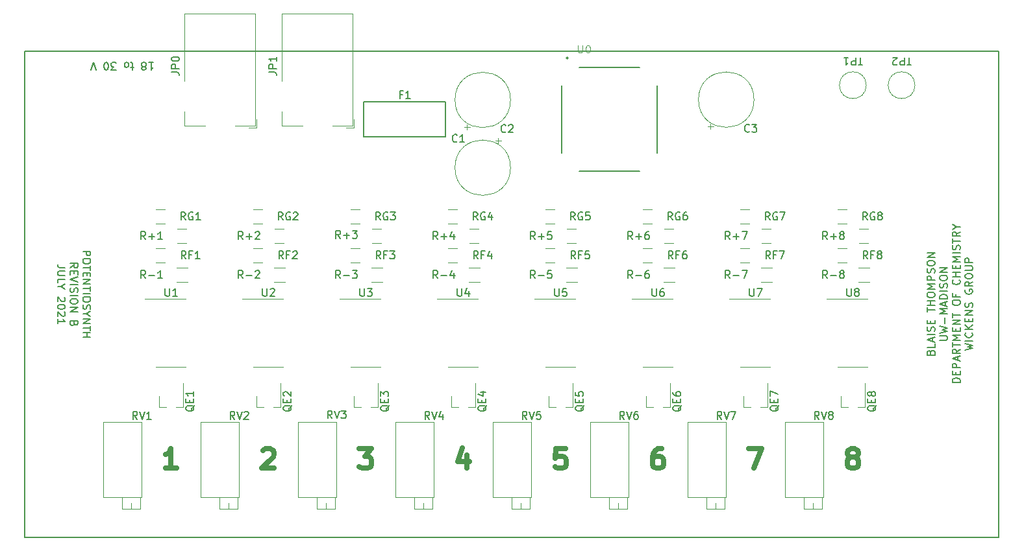
<source format=gbr>
G04 #@! TF.GenerationSoftware,KiCad,Pcbnew,5.1.8+dfsg1-1+b1*
G04 #@! TF.CreationDate,2021-07-09T11:11:43-05:00*
G04 #@! TF.ProjectId,potentiosynth,706f7465-6e74-4696-9f73-796e74682e6b,B*
G04 #@! TF.SameCoordinates,Original*
G04 #@! TF.FileFunction,Legend,Top*
G04 #@! TF.FilePolarity,Positive*
%FSLAX46Y46*%
G04 Gerber Fmt 4.6, Leading zero omitted, Abs format (unit mm)*
G04 Created by KiCad (PCBNEW 5.1.8+dfsg1-1+b1) date 2021-07-09 11:11:43*
%MOMM*%
%LPD*%
G01*
G04 APERTURE LIST*
%ADD10C,0.635000*%
%ADD11C,0.150000*%
G04 #@! TA.AperFunction,Profile*
%ADD12C,0.150000*%
G04 #@! TD*
%ADD13C,0.120000*%
%ADD14C,0.127000*%
%ADD15C,0.200000*%
%ADD16C,0.015000*%
G04 APERTURE END LIST*
D10*
X108433809Y-116295714D02*
X108433809Y-117989047D01*
X107829047Y-115328095D02*
X107224285Y-117142380D01*
X108796666Y-117142380D01*
X133833809Y-115449047D02*
X133350000Y-115449047D01*
X133108095Y-115570000D01*
X132987142Y-115690952D01*
X132745238Y-116053809D01*
X132624285Y-116537619D01*
X132624285Y-117505238D01*
X132745238Y-117747142D01*
X132866190Y-117868095D01*
X133108095Y-117989047D01*
X133591904Y-117989047D01*
X133833809Y-117868095D01*
X133954761Y-117747142D01*
X134075714Y-117505238D01*
X134075714Y-116900476D01*
X133954761Y-116658571D01*
X133833809Y-116537619D01*
X133591904Y-116416666D01*
X133108095Y-116416666D01*
X132866190Y-116537619D01*
X132745238Y-116658571D01*
X132624285Y-116900476D01*
D11*
X66952380Y-64952619D02*
X67523809Y-64952619D01*
X67238095Y-64952619D02*
X67238095Y-65952619D01*
X67333333Y-65809761D01*
X67428571Y-65714523D01*
X67523809Y-65666904D01*
X66380952Y-65524047D02*
X66476190Y-65571666D01*
X66523809Y-65619285D01*
X66571428Y-65714523D01*
X66571428Y-65762142D01*
X66523809Y-65857380D01*
X66476190Y-65905000D01*
X66380952Y-65952619D01*
X66190476Y-65952619D01*
X66095238Y-65905000D01*
X66047619Y-65857380D01*
X66000000Y-65762142D01*
X66000000Y-65714523D01*
X66047619Y-65619285D01*
X66095238Y-65571666D01*
X66190476Y-65524047D01*
X66380952Y-65524047D01*
X66476190Y-65476428D01*
X66523809Y-65428809D01*
X66571428Y-65333571D01*
X66571428Y-65143095D01*
X66523809Y-65047857D01*
X66476190Y-65000238D01*
X66380952Y-64952619D01*
X66190476Y-64952619D01*
X66095238Y-65000238D01*
X66047619Y-65047857D01*
X66000000Y-65143095D01*
X66000000Y-65333571D01*
X66047619Y-65428809D01*
X66095238Y-65476428D01*
X66190476Y-65524047D01*
X64952380Y-65619285D02*
X64571428Y-65619285D01*
X64809523Y-65952619D02*
X64809523Y-65095476D01*
X64761904Y-65000238D01*
X64666666Y-64952619D01*
X64571428Y-64952619D01*
X64095238Y-64952619D02*
X64190476Y-65000238D01*
X64238095Y-65047857D01*
X64285714Y-65143095D01*
X64285714Y-65428809D01*
X64238095Y-65524047D01*
X64190476Y-65571666D01*
X64095238Y-65619285D01*
X63952380Y-65619285D01*
X63857142Y-65571666D01*
X63809523Y-65524047D01*
X63761904Y-65428809D01*
X63761904Y-65143095D01*
X63809523Y-65047857D01*
X63857142Y-65000238D01*
X63952380Y-64952619D01*
X64095238Y-64952619D01*
X62666666Y-65952619D02*
X62047619Y-65952619D01*
X62380952Y-65571666D01*
X62238095Y-65571666D01*
X62142857Y-65524047D01*
X62095238Y-65476428D01*
X62047619Y-65381190D01*
X62047619Y-65143095D01*
X62095238Y-65047857D01*
X62142857Y-65000238D01*
X62238095Y-64952619D01*
X62523809Y-64952619D01*
X62619047Y-65000238D01*
X62666666Y-65047857D01*
X61428571Y-65952619D02*
X61333333Y-65952619D01*
X61238095Y-65905000D01*
X61190476Y-65857380D01*
X61142857Y-65762142D01*
X61095238Y-65571666D01*
X61095238Y-65333571D01*
X61142857Y-65143095D01*
X61190476Y-65047857D01*
X61238095Y-65000238D01*
X61333333Y-64952619D01*
X61428571Y-64952619D01*
X61523809Y-65000238D01*
X61571428Y-65047857D01*
X61619047Y-65143095D01*
X61666666Y-65333571D01*
X61666666Y-65571666D01*
X61619047Y-65762142D01*
X61571428Y-65857380D01*
X61523809Y-65905000D01*
X61428571Y-65952619D01*
X60047619Y-65952619D02*
X59714285Y-64952619D01*
X59380952Y-65952619D01*
X168903571Y-102853333D02*
X168951190Y-102710476D01*
X168998809Y-102662857D01*
X169094047Y-102615238D01*
X169236904Y-102615238D01*
X169332142Y-102662857D01*
X169379761Y-102710476D01*
X169427380Y-102805714D01*
X169427380Y-103186666D01*
X168427380Y-103186666D01*
X168427380Y-102853333D01*
X168475000Y-102758095D01*
X168522619Y-102710476D01*
X168617857Y-102662857D01*
X168713095Y-102662857D01*
X168808333Y-102710476D01*
X168855952Y-102758095D01*
X168903571Y-102853333D01*
X168903571Y-103186666D01*
X169427380Y-101710476D02*
X169427380Y-102186666D01*
X168427380Y-102186666D01*
X169141666Y-101424761D02*
X169141666Y-100948571D01*
X169427380Y-101520000D02*
X168427380Y-101186666D01*
X169427380Y-100853333D01*
X169427380Y-100520000D02*
X168427380Y-100520000D01*
X169379761Y-100091428D02*
X169427380Y-99948571D01*
X169427380Y-99710476D01*
X169379761Y-99615238D01*
X169332142Y-99567619D01*
X169236904Y-99520000D01*
X169141666Y-99520000D01*
X169046428Y-99567619D01*
X168998809Y-99615238D01*
X168951190Y-99710476D01*
X168903571Y-99900952D01*
X168855952Y-99996190D01*
X168808333Y-100043809D01*
X168713095Y-100091428D01*
X168617857Y-100091428D01*
X168522619Y-100043809D01*
X168475000Y-99996190D01*
X168427380Y-99900952D01*
X168427380Y-99662857D01*
X168475000Y-99520000D01*
X168903571Y-99091428D02*
X168903571Y-98758095D01*
X169427380Y-98615238D02*
X169427380Y-99091428D01*
X168427380Y-99091428D01*
X168427380Y-98615238D01*
X168427380Y-97567619D02*
X168427380Y-96996190D01*
X169427380Y-97281904D02*
X168427380Y-97281904D01*
X169427380Y-96662857D02*
X168427380Y-96662857D01*
X168903571Y-96662857D02*
X168903571Y-96091428D01*
X169427380Y-96091428D02*
X168427380Y-96091428D01*
X168427380Y-95424761D02*
X168427380Y-95234285D01*
X168475000Y-95139047D01*
X168570238Y-95043809D01*
X168760714Y-94996190D01*
X169094047Y-94996190D01*
X169284523Y-95043809D01*
X169379761Y-95139047D01*
X169427380Y-95234285D01*
X169427380Y-95424761D01*
X169379761Y-95520000D01*
X169284523Y-95615238D01*
X169094047Y-95662857D01*
X168760714Y-95662857D01*
X168570238Y-95615238D01*
X168475000Y-95520000D01*
X168427380Y-95424761D01*
X169427380Y-94567619D02*
X168427380Y-94567619D01*
X169141666Y-94234285D01*
X168427380Y-93900952D01*
X169427380Y-93900952D01*
X169427380Y-93424761D02*
X168427380Y-93424761D01*
X168427380Y-93043809D01*
X168475000Y-92948571D01*
X168522619Y-92900952D01*
X168617857Y-92853333D01*
X168760714Y-92853333D01*
X168855952Y-92900952D01*
X168903571Y-92948571D01*
X168951190Y-93043809D01*
X168951190Y-93424761D01*
X169379761Y-92472380D02*
X169427380Y-92329523D01*
X169427380Y-92091428D01*
X169379761Y-91996190D01*
X169332142Y-91948571D01*
X169236904Y-91900952D01*
X169141666Y-91900952D01*
X169046428Y-91948571D01*
X168998809Y-91996190D01*
X168951190Y-92091428D01*
X168903571Y-92281904D01*
X168855952Y-92377142D01*
X168808333Y-92424761D01*
X168713095Y-92472380D01*
X168617857Y-92472380D01*
X168522619Y-92424761D01*
X168475000Y-92377142D01*
X168427380Y-92281904D01*
X168427380Y-92043809D01*
X168475000Y-91900952D01*
X168427380Y-91281904D02*
X168427380Y-91091428D01*
X168475000Y-90996190D01*
X168570238Y-90900952D01*
X168760714Y-90853333D01*
X169094047Y-90853333D01*
X169284523Y-90900952D01*
X169379761Y-90996190D01*
X169427380Y-91091428D01*
X169427380Y-91281904D01*
X169379761Y-91377142D01*
X169284523Y-91472380D01*
X169094047Y-91520000D01*
X168760714Y-91520000D01*
X168570238Y-91472380D01*
X168475000Y-91377142D01*
X168427380Y-91281904D01*
X169427380Y-90424761D02*
X168427380Y-90424761D01*
X169427380Y-89853333D01*
X168427380Y-89853333D01*
X170077380Y-101258095D02*
X170886904Y-101258095D01*
X170982142Y-101210476D01*
X171029761Y-101162857D01*
X171077380Y-101067619D01*
X171077380Y-100877142D01*
X171029761Y-100781904D01*
X170982142Y-100734285D01*
X170886904Y-100686666D01*
X170077380Y-100686666D01*
X170077380Y-100305714D02*
X171077380Y-100067619D01*
X170363095Y-99877142D01*
X171077380Y-99686666D01*
X170077380Y-99448571D01*
X170696428Y-99067619D02*
X170696428Y-98305714D01*
X171077380Y-97829523D02*
X170077380Y-97829523D01*
X170791666Y-97496190D01*
X170077380Y-97162857D01*
X171077380Y-97162857D01*
X170791666Y-96734285D02*
X170791666Y-96258095D01*
X171077380Y-96829523D02*
X170077380Y-96496190D01*
X171077380Y-96162857D01*
X171077380Y-95829523D02*
X170077380Y-95829523D01*
X170077380Y-95591428D01*
X170125000Y-95448571D01*
X170220238Y-95353333D01*
X170315476Y-95305714D01*
X170505952Y-95258095D01*
X170648809Y-95258095D01*
X170839285Y-95305714D01*
X170934523Y-95353333D01*
X171029761Y-95448571D01*
X171077380Y-95591428D01*
X171077380Y-95829523D01*
X171077380Y-94829523D02*
X170077380Y-94829523D01*
X171029761Y-94400952D02*
X171077380Y-94258095D01*
X171077380Y-94020000D01*
X171029761Y-93924761D01*
X170982142Y-93877142D01*
X170886904Y-93829523D01*
X170791666Y-93829523D01*
X170696428Y-93877142D01*
X170648809Y-93924761D01*
X170601190Y-94020000D01*
X170553571Y-94210476D01*
X170505952Y-94305714D01*
X170458333Y-94353333D01*
X170363095Y-94400952D01*
X170267857Y-94400952D01*
X170172619Y-94353333D01*
X170125000Y-94305714D01*
X170077380Y-94210476D01*
X170077380Y-93972380D01*
X170125000Y-93829523D01*
X170077380Y-93210476D02*
X170077380Y-93020000D01*
X170125000Y-92924761D01*
X170220238Y-92829523D01*
X170410714Y-92781904D01*
X170744047Y-92781904D01*
X170934523Y-92829523D01*
X171029761Y-92924761D01*
X171077380Y-93020000D01*
X171077380Y-93210476D01*
X171029761Y-93305714D01*
X170934523Y-93400952D01*
X170744047Y-93448571D01*
X170410714Y-93448571D01*
X170220238Y-93400952D01*
X170125000Y-93305714D01*
X170077380Y-93210476D01*
X171077380Y-92353333D02*
X170077380Y-92353333D01*
X171077380Y-91781904D01*
X170077380Y-91781904D01*
X172727380Y-106758095D02*
X171727380Y-106758095D01*
X171727380Y-106520000D01*
X171775000Y-106377142D01*
X171870238Y-106281904D01*
X171965476Y-106234285D01*
X172155952Y-106186666D01*
X172298809Y-106186666D01*
X172489285Y-106234285D01*
X172584523Y-106281904D01*
X172679761Y-106377142D01*
X172727380Y-106520000D01*
X172727380Y-106758095D01*
X172203571Y-105758095D02*
X172203571Y-105424761D01*
X172727380Y-105281904D02*
X172727380Y-105758095D01*
X171727380Y-105758095D01*
X171727380Y-105281904D01*
X172727380Y-104853333D02*
X171727380Y-104853333D01*
X171727380Y-104472380D01*
X171775000Y-104377142D01*
X171822619Y-104329523D01*
X171917857Y-104281904D01*
X172060714Y-104281904D01*
X172155952Y-104329523D01*
X172203571Y-104377142D01*
X172251190Y-104472380D01*
X172251190Y-104853333D01*
X172441666Y-103900952D02*
X172441666Y-103424761D01*
X172727380Y-103996190D02*
X171727380Y-103662857D01*
X172727380Y-103329523D01*
X172727380Y-102424761D02*
X172251190Y-102758095D01*
X172727380Y-102996190D02*
X171727380Y-102996190D01*
X171727380Y-102615238D01*
X171775000Y-102520000D01*
X171822619Y-102472380D01*
X171917857Y-102424761D01*
X172060714Y-102424761D01*
X172155952Y-102472380D01*
X172203571Y-102520000D01*
X172251190Y-102615238D01*
X172251190Y-102996190D01*
X171727380Y-102139047D02*
X171727380Y-101567619D01*
X172727380Y-101853333D02*
X171727380Y-101853333D01*
X172727380Y-101234285D02*
X171727380Y-101234285D01*
X172441666Y-100900952D01*
X171727380Y-100567619D01*
X172727380Y-100567619D01*
X172203571Y-100091428D02*
X172203571Y-99758095D01*
X172727380Y-99615238D02*
X172727380Y-100091428D01*
X171727380Y-100091428D01*
X171727380Y-99615238D01*
X172727380Y-99186666D02*
X171727380Y-99186666D01*
X172727380Y-98615238D01*
X171727380Y-98615238D01*
X171727380Y-98281904D02*
X171727380Y-97710476D01*
X172727380Y-97996190D02*
X171727380Y-97996190D01*
X171727380Y-96424761D02*
X171727380Y-96234285D01*
X171775000Y-96139047D01*
X171870238Y-96043809D01*
X172060714Y-95996190D01*
X172394047Y-95996190D01*
X172584523Y-96043809D01*
X172679761Y-96139047D01*
X172727380Y-96234285D01*
X172727380Y-96424761D01*
X172679761Y-96520000D01*
X172584523Y-96615238D01*
X172394047Y-96662857D01*
X172060714Y-96662857D01*
X171870238Y-96615238D01*
X171775000Y-96520000D01*
X171727380Y-96424761D01*
X172203571Y-95234285D02*
X172203571Y-95567619D01*
X172727380Y-95567619D02*
X171727380Y-95567619D01*
X171727380Y-95091428D01*
X172632142Y-93377142D02*
X172679761Y-93424761D01*
X172727380Y-93567619D01*
X172727380Y-93662857D01*
X172679761Y-93805714D01*
X172584523Y-93900952D01*
X172489285Y-93948571D01*
X172298809Y-93996190D01*
X172155952Y-93996190D01*
X171965476Y-93948571D01*
X171870238Y-93900952D01*
X171775000Y-93805714D01*
X171727380Y-93662857D01*
X171727380Y-93567619D01*
X171775000Y-93424761D01*
X171822619Y-93377142D01*
X172727380Y-92948571D02*
X171727380Y-92948571D01*
X172203571Y-92948571D02*
X172203571Y-92377142D01*
X172727380Y-92377142D02*
X171727380Y-92377142D01*
X172203571Y-91900952D02*
X172203571Y-91567619D01*
X172727380Y-91424761D02*
X172727380Y-91900952D01*
X171727380Y-91900952D01*
X171727380Y-91424761D01*
X172727380Y-90996190D02*
X171727380Y-90996190D01*
X172441666Y-90662857D01*
X171727380Y-90329523D01*
X172727380Y-90329523D01*
X172727380Y-89853333D02*
X171727380Y-89853333D01*
X172679761Y-89424761D02*
X172727380Y-89281904D01*
X172727380Y-89043809D01*
X172679761Y-88948571D01*
X172632142Y-88900952D01*
X172536904Y-88853333D01*
X172441666Y-88853333D01*
X172346428Y-88900952D01*
X172298809Y-88948571D01*
X172251190Y-89043809D01*
X172203571Y-89234285D01*
X172155952Y-89329523D01*
X172108333Y-89377142D01*
X172013095Y-89424761D01*
X171917857Y-89424761D01*
X171822619Y-89377142D01*
X171775000Y-89329523D01*
X171727380Y-89234285D01*
X171727380Y-88996190D01*
X171775000Y-88853333D01*
X171727380Y-88567619D02*
X171727380Y-87996190D01*
X172727380Y-88281904D02*
X171727380Y-88281904D01*
X172727380Y-87091428D02*
X172251190Y-87424761D01*
X172727380Y-87662857D02*
X171727380Y-87662857D01*
X171727380Y-87281904D01*
X171775000Y-87186666D01*
X171822619Y-87139047D01*
X171917857Y-87091428D01*
X172060714Y-87091428D01*
X172155952Y-87139047D01*
X172203571Y-87186666D01*
X172251190Y-87281904D01*
X172251190Y-87662857D01*
X172251190Y-86472380D02*
X172727380Y-86472380D01*
X171727380Y-86805714D02*
X172251190Y-86472380D01*
X171727380Y-86139047D01*
X173377380Y-102567619D02*
X174377380Y-102329523D01*
X173663095Y-102139047D01*
X174377380Y-101948571D01*
X173377380Y-101710476D01*
X174377380Y-101329523D02*
X173377380Y-101329523D01*
X174282142Y-100281904D02*
X174329761Y-100329523D01*
X174377380Y-100472380D01*
X174377380Y-100567619D01*
X174329761Y-100710476D01*
X174234523Y-100805714D01*
X174139285Y-100853333D01*
X173948809Y-100900952D01*
X173805952Y-100900952D01*
X173615476Y-100853333D01*
X173520238Y-100805714D01*
X173425000Y-100710476D01*
X173377380Y-100567619D01*
X173377380Y-100472380D01*
X173425000Y-100329523D01*
X173472619Y-100281904D01*
X174377380Y-99853333D02*
X173377380Y-99853333D01*
X174377380Y-99281904D02*
X173805952Y-99710476D01*
X173377380Y-99281904D02*
X173948809Y-99853333D01*
X173853571Y-98853333D02*
X173853571Y-98520000D01*
X174377380Y-98377142D02*
X174377380Y-98853333D01*
X173377380Y-98853333D01*
X173377380Y-98377142D01*
X174377380Y-97948571D02*
X173377380Y-97948571D01*
X174377380Y-97377142D01*
X173377380Y-97377142D01*
X174329761Y-96948571D02*
X174377380Y-96805714D01*
X174377380Y-96567619D01*
X174329761Y-96472380D01*
X174282142Y-96424761D01*
X174186904Y-96377142D01*
X174091666Y-96377142D01*
X173996428Y-96424761D01*
X173948809Y-96472380D01*
X173901190Y-96567619D01*
X173853571Y-96758095D01*
X173805952Y-96853333D01*
X173758333Y-96900952D01*
X173663095Y-96948571D01*
X173567857Y-96948571D01*
X173472619Y-96900952D01*
X173425000Y-96853333D01*
X173377380Y-96758095D01*
X173377380Y-96520000D01*
X173425000Y-96377142D01*
X173425000Y-94662857D02*
X173377380Y-94758095D01*
X173377380Y-94900952D01*
X173425000Y-95043809D01*
X173520238Y-95139047D01*
X173615476Y-95186666D01*
X173805952Y-95234285D01*
X173948809Y-95234285D01*
X174139285Y-95186666D01*
X174234523Y-95139047D01*
X174329761Y-95043809D01*
X174377380Y-94900952D01*
X174377380Y-94805714D01*
X174329761Y-94662857D01*
X174282142Y-94615238D01*
X173948809Y-94615238D01*
X173948809Y-94805714D01*
X174377380Y-93615238D02*
X173901190Y-93948571D01*
X174377380Y-94186666D02*
X173377380Y-94186666D01*
X173377380Y-93805714D01*
X173425000Y-93710476D01*
X173472619Y-93662857D01*
X173567857Y-93615238D01*
X173710714Y-93615238D01*
X173805952Y-93662857D01*
X173853571Y-93710476D01*
X173901190Y-93805714D01*
X173901190Y-94186666D01*
X173377380Y-92996190D02*
X173377380Y-92805714D01*
X173425000Y-92710476D01*
X173520238Y-92615238D01*
X173710714Y-92567619D01*
X174044047Y-92567619D01*
X174234523Y-92615238D01*
X174329761Y-92710476D01*
X174377380Y-92805714D01*
X174377380Y-92996190D01*
X174329761Y-93091428D01*
X174234523Y-93186666D01*
X174044047Y-93234285D01*
X173710714Y-93234285D01*
X173520238Y-93186666D01*
X173425000Y-93091428D01*
X173377380Y-92996190D01*
X173377380Y-92139047D02*
X174186904Y-92139047D01*
X174282142Y-92091428D01*
X174329761Y-92043809D01*
X174377380Y-91948571D01*
X174377380Y-91758095D01*
X174329761Y-91662857D01*
X174282142Y-91615238D01*
X174186904Y-91567619D01*
X173377380Y-91567619D01*
X174377380Y-91091428D02*
X173377380Y-91091428D01*
X173377380Y-90710476D01*
X173425000Y-90615238D01*
X173472619Y-90567619D01*
X173567857Y-90520000D01*
X173710714Y-90520000D01*
X173805952Y-90567619D01*
X173853571Y-90615238D01*
X173901190Y-90710476D01*
X173901190Y-91091428D01*
X58347619Y-89630952D02*
X59347619Y-89630952D01*
X59347619Y-90011904D01*
X59300000Y-90107142D01*
X59252380Y-90154761D01*
X59157142Y-90202380D01*
X59014285Y-90202380D01*
X58919047Y-90154761D01*
X58871428Y-90107142D01*
X58823809Y-90011904D01*
X58823809Y-89630952D01*
X59347619Y-90821428D02*
X59347619Y-91011904D01*
X59300000Y-91107142D01*
X59204761Y-91202380D01*
X59014285Y-91250000D01*
X58680952Y-91250000D01*
X58490476Y-91202380D01*
X58395238Y-91107142D01*
X58347619Y-91011904D01*
X58347619Y-90821428D01*
X58395238Y-90726190D01*
X58490476Y-90630952D01*
X58680952Y-90583333D01*
X59014285Y-90583333D01*
X59204761Y-90630952D01*
X59300000Y-90726190D01*
X59347619Y-90821428D01*
X59347619Y-91535714D02*
X59347619Y-92107142D01*
X58347619Y-91821428D02*
X59347619Y-91821428D01*
X58871428Y-92440476D02*
X58871428Y-92773809D01*
X58347619Y-92916666D02*
X58347619Y-92440476D01*
X59347619Y-92440476D01*
X59347619Y-92916666D01*
X58347619Y-93345238D02*
X59347619Y-93345238D01*
X58347619Y-93916666D01*
X59347619Y-93916666D01*
X59347619Y-94250000D02*
X59347619Y-94821428D01*
X58347619Y-94535714D02*
X59347619Y-94535714D01*
X58347619Y-95154761D02*
X59347619Y-95154761D01*
X59347619Y-95821428D02*
X59347619Y-96011904D01*
X59300000Y-96107142D01*
X59204761Y-96202380D01*
X59014285Y-96250000D01*
X58680952Y-96250000D01*
X58490476Y-96202380D01*
X58395238Y-96107142D01*
X58347619Y-96011904D01*
X58347619Y-95821428D01*
X58395238Y-95726190D01*
X58490476Y-95630952D01*
X58680952Y-95583333D01*
X59014285Y-95583333D01*
X59204761Y-95630952D01*
X59300000Y-95726190D01*
X59347619Y-95821428D01*
X58395238Y-96630952D02*
X58347619Y-96773809D01*
X58347619Y-97011904D01*
X58395238Y-97107142D01*
X58442857Y-97154761D01*
X58538095Y-97202380D01*
X58633333Y-97202380D01*
X58728571Y-97154761D01*
X58776190Y-97107142D01*
X58823809Y-97011904D01*
X58871428Y-96821428D01*
X58919047Y-96726190D01*
X58966666Y-96678571D01*
X59061904Y-96630952D01*
X59157142Y-96630952D01*
X59252380Y-96678571D01*
X59300000Y-96726190D01*
X59347619Y-96821428D01*
X59347619Y-97059523D01*
X59300000Y-97202380D01*
X58823809Y-97821428D02*
X58347619Y-97821428D01*
X59347619Y-97488095D02*
X58823809Y-97821428D01*
X59347619Y-98154761D01*
X58347619Y-98488095D02*
X59347619Y-98488095D01*
X58347619Y-99059523D01*
X59347619Y-99059523D01*
X59347619Y-99392857D02*
X59347619Y-99964285D01*
X58347619Y-99678571D02*
X59347619Y-99678571D01*
X58347619Y-100297619D02*
X59347619Y-100297619D01*
X58871428Y-100297619D02*
X58871428Y-100869047D01*
X58347619Y-100869047D02*
X59347619Y-100869047D01*
X56697619Y-91797619D02*
X57173809Y-91464285D01*
X56697619Y-91226190D02*
X57697619Y-91226190D01*
X57697619Y-91607142D01*
X57650000Y-91702380D01*
X57602380Y-91750000D01*
X57507142Y-91797619D01*
X57364285Y-91797619D01*
X57269047Y-91750000D01*
X57221428Y-91702380D01*
X57173809Y-91607142D01*
X57173809Y-91226190D01*
X57221428Y-92226190D02*
X57221428Y-92559523D01*
X56697619Y-92702380D02*
X56697619Y-92226190D01*
X57697619Y-92226190D01*
X57697619Y-92702380D01*
X57697619Y-92988095D02*
X56697619Y-93321428D01*
X57697619Y-93654761D01*
X56697619Y-93988095D02*
X57697619Y-93988095D01*
X56745238Y-94416666D02*
X56697619Y-94559523D01*
X56697619Y-94797619D01*
X56745238Y-94892857D01*
X56792857Y-94940476D01*
X56888095Y-94988095D01*
X56983333Y-94988095D01*
X57078571Y-94940476D01*
X57126190Y-94892857D01*
X57173809Y-94797619D01*
X57221428Y-94607142D01*
X57269047Y-94511904D01*
X57316666Y-94464285D01*
X57411904Y-94416666D01*
X57507142Y-94416666D01*
X57602380Y-94464285D01*
X57650000Y-94511904D01*
X57697619Y-94607142D01*
X57697619Y-94845238D01*
X57650000Y-94988095D01*
X56697619Y-95416666D02*
X57697619Y-95416666D01*
X57697619Y-96083333D02*
X57697619Y-96273809D01*
X57650000Y-96369047D01*
X57554761Y-96464285D01*
X57364285Y-96511904D01*
X57030952Y-96511904D01*
X56840476Y-96464285D01*
X56745238Y-96369047D01*
X56697619Y-96273809D01*
X56697619Y-96083333D01*
X56745238Y-95988095D01*
X56840476Y-95892857D01*
X57030952Y-95845238D01*
X57364285Y-95845238D01*
X57554761Y-95892857D01*
X57650000Y-95988095D01*
X57697619Y-96083333D01*
X56697619Y-96940476D02*
X57697619Y-96940476D01*
X56697619Y-97511904D01*
X57697619Y-97511904D01*
X57221428Y-99083333D02*
X57173809Y-99226190D01*
X57126190Y-99273809D01*
X57030952Y-99321428D01*
X56888095Y-99321428D01*
X56792857Y-99273809D01*
X56745238Y-99226190D01*
X56697619Y-99130952D01*
X56697619Y-98750000D01*
X57697619Y-98750000D01*
X57697619Y-99083333D01*
X57650000Y-99178571D01*
X57602380Y-99226190D01*
X57507142Y-99273809D01*
X57411904Y-99273809D01*
X57316666Y-99226190D01*
X57269047Y-99178571D01*
X57221428Y-99083333D01*
X57221428Y-98750000D01*
X56047619Y-91750000D02*
X55333333Y-91750000D01*
X55190476Y-91702380D01*
X55095238Y-91607142D01*
X55047619Y-91464285D01*
X55047619Y-91369047D01*
X56047619Y-92226190D02*
X55238095Y-92226190D01*
X55142857Y-92273809D01*
X55095238Y-92321428D01*
X55047619Y-92416666D01*
X55047619Y-92607142D01*
X55095238Y-92702380D01*
X55142857Y-92750000D01*
X55238095Y-92797619D01*
X56047619Y-92797619D01*
X55047619Y-93750000D02*
X55047619Y-93273809D01*
X56047619Y-93273809D01*
X55523809Y-94273809D02*
X55047619Y-94273809D01*
X56047619Y-93940476D02*
X55523809Y-94273809D01*
X56047619Y-94607142D01*
X55952380Y-95654761D02*
X56000000Y-95702380D01*
X56047619Y-95797619D01*
X56047619Y-96035714D01*
X56000000Y-96130952D01*
X55952380Y-96178571D01*
X55857142Y-96226190D01*
X55761904Y-96226190D01*
X55619047Y-96178571D01*
X55047619Y-95607142D01*
X55047619Y-96226190D01*
X56047619Y-96845238D02*
X56047619Y-96940476D01*
X56000000Y-97035714D01*
X55952380Y-97083333D01*
X55857142Y-97130952D01*
X55666666Y-97178571D01*
X55428571Y-97178571D01*
X55238095Y-97130952D01*
X55142857Y-97083333D01*
X55095238Y-97035714D01*
X55047619Y-96940476D01*
X55047619Y-96845238D01*
X55095238Y-96750000D01*
X55142857Y-96702380D01*
X55238095Y-96654761D01*
X55428571Y-96607142D01*
X55666666Y-96607142D01*
X55857142Y-96654761D01*
X55952380Y-96702380D01*
X56000000Y-96750000D01*
X56047619Y-96845238D01*
X55952380Y-97559523D02*
X56000000Y-97607142D01*
X56047619Y-97702380D01*
X56047619Y-97940476D01*
X56000000Y-98035714D01*
X55952380Y-98083333D01*
X55857142Y-98130952D01*
X55761904Y-98130952D01*
X55619047Y-98083333D01*
X55047619Y-97511904D01*
X55047619Y-98130952D01*
X55047619Y-99083333D02*
X55047619Y-98511904D01*
X55047619Y-98797619D02*
X56047619Y-98797619D01*
X55904761Y-98702380D01*
X55809523Y-98607142D01*
X55761904Y-98511904D01*
D10*
X158508095Y-116537619D02*
X158266190Y-116416666D01*
X158145238Y-116295714D01*
X158024285Y-116053809D01*
X158024285Y-115932857D01*
X158145238Y-115690952D01*
X158266190Y-115570000D01*
X158508095Y-115449047D01*
X158991904Y-115449047D01*
X159233809Y-115570000D01*
X159354761Y-115690952D01*
X159475714Y-115932857D01*
X159475714Y-116053809D01*
X159354761Y-116295714D01*
X159233809Y-116416666D01*
X158991904Y-116537619D01*
X158508095Y-116537619D01*
X158266190Y-116658571D01*
X158145238Y-116779523D01*
X158024285Y-117021428D01*
X158024285Y-117505238D01*
X158145238Y-117747142D01*
X158266190Y-117868095D01*
X158508095Y-117989047D01*
X158991904Y-117989047D01*
X159233809Y-117868095D01*
X159354761Y-117747142D01*
X159475714Y-117505238D01*
X159475714Y-117021428D01*
X159354761Y-116779523D01*
X159233809Y-116658571D01*
X158991904Y-116537619D01*
X145203333Y-115449047D02*
X146896666Y-115449047D01*
X145808095Y-117989047D01*
X121254761Y-115449047D02*
X120045238Y-115449047D01*
X119924285Y-116658571D01*
X120045238Y-116537619D01*
X120287142Y-116416666D01*
X120891904Y-116416666D01*
X121133809Y-116537619D01*
X121254761Y-116658571D01*
X121375714Y-116900476D01*
X121375714Y-117505238D01*
X121254761Y-117747142D01*
X121133809Y-117868095D01*
X120891904Y-117989047D01*
X120287142Y-117989047D01*
X120045238Y-117868095D01*
X119924285Y-117747142D01*
X81824285Y-115690952D02*
X81945238Y-115570000D01*
X82187142Y-115449047D01*
X82791904Y-115449047D01*
X83033809Y-115570000D01*
X83154761Y-115690952D01*
X83275714Y-115932857D01*
X83275714Y-116174761D01*
X83154761Y-116537619D01*
X81703333Y-117989047D01*
X83275714Y-117989047D01*
X94403333Y-115449047D02*
X95975714Y-115449047D01*
X95129047Y-116416666D01*
X95491904Y-116416666D01*
X95733809Y-116537619D01*
X95854761Y-116658571D01*
X95975714Y-116900476D01*
X95975714Y-117505238D01*
X95854761Y-117747142D01*
X95733809Y-117868095D01*
X95491904Y-117989047D01*
X94766190Y-117989047D01*
X94524285Y-117868095D01*
X94403333Y-117747142D01*
X70575714Y-117989047D02*
X69124285Y-117989047D01*
X69850000Y-117989047D02*
X69850000Y-115449047D01*
X69608095Y-115811904D01*
X69366190Y-116053809D01*
X69124285Y-116174761D01*
D12*
X50800000Y-127000000D02*
X177800000Y-127000000D01*
X50800000Y-63500000D02*
X177800000Y-63500000D01*
X50800000Y-127000000D02*
X50800000Y-63500000D01*
X177800000Y-127000000D02*
X177800000Y-63500000D01*
D11*
X105664000Y-70104000D02*
X94996000Y-70104000D01*
X94996000Y-70104000D02*
X94996000Y-74676000D01*
X94996000Y-74676000D02*
X105664000Y-74676000D01*
X105664000Y-74676000D02*
X105664000Y-70104000D01*
D13*
X158750000Y-95895000D02*
X155300000Y-95895000D01*
X158750000Y-95895000D02*
X160700000Y-95895000D01*
X158750000Y-104765000D02*
X156800000Y-104765000D01*
X158750000Y-104765000D02*
X160700000Y-104765000D01*
X146050000Y-95895000D02*
X142600000Y-95895000D01*
X146050000Y-95895000D02*
X148000000Y-95895000D01*
X146050000Y-104765000D02*
X144100000Y-104765000D01*
X146050000Y-104765000D02*
X148000000Y-104765000D01*
X133350000Y-95895000D02*
X129900000Y-95895000D01*
X133350000Y-95895000D02*
X135300000Y-95895000D01*
X133350000Y-104765000D02*
X131400000Y-104765000D01*
X133350000Y-104765000D02*
X135300000Y-104765000D01*
X120650000Y-95895000D02*
X117200000Y-95895000D01*
X120650000Y-95895000D02*
X122600000Y-95895000D01*
X120650000Y-104765000D02*
X118700000Y-104765000D01*
X120650000Y-104765000D02*
X122600000Y-104765000D01*
X107950000Y-95895000D02*
X104500000Y-95895000D01*
X107950000Y-95895000D02*
X109900000Y-95895000D01*
X107950000Y-104765000D02*
X106000000Y-104765000D01*
X107950000Y-104765000D02*
X109900000Y-104765000D01*
X95250000Y-95895000D02*
X91800000Y-95895000D01*
X95250000Y-95895000D02*
X97200000Y-95895000D01*
X95250000Y-104765000D02*
X93300000Y-104765000D01*
X95250000Y-104765000D02*
X97200000Y-104765000D01*
X82550000Y-95895000D02*
X79100000Y-95895000D01*
X82550000Y-95895000D02*
X84500000Y-95895000D01*
X82550000Y-104765000D02*
X80600000Y-104765000D01*
X82550000Y-104765000D02*
X84500000Y-104765000D01*
X69850000Y-95895000D02*
X66400000Y-95895000D01*
X69850000Y-95895000D02*
X71800000Y-95895000D01*
X69850000Y-104765000D02*
X67900000Y-104765000D01*
X69850000Y-104765000D02*
X71800000Y-104765000D01*
D14*
X123070000Y-65640000D02*
X130930000Y-65640000D01*
D15*
X121600000Y-64390000D02*
G75*
G03*
X121600000Y-64390000I-100000J0D01*
G01*
D14*
X130930000Y-79140000D02*
X123070000Y-79140000D01*
X133250000Y-67960000D02*
X133250000Y-76820000D01*
X120750000Y-76820000D02*
X120750000Y-67960000D01*
D13*
X111770000Y-121725000D02*
X111770000Y-111955000D01*
X116840000Y-121725000D02*
X116840000Y-111955000D01*
X111770000Y-121725000D02*
X116840000Y-121725000D01*
X111770000Y-111955000D02*
X116840000Y-111955000D01*
X114235000Y-123245000D02*
X114235000Y-121726000D01*
X116665000Y-123245000D02*
X116665000Y-121726000D01*
X114235000Y-123245000D02*
X116665000Y-123245000D01*
X114235000Y-121726000D02*
X116665000Y-121726000D01*
X115450000Y-123245000D02*
X115450000Y-122486000D01*
X60970000Y-121725000D02*
X60970000Y-111955000D01*
X66040000Y-121725000D02*
X66040000Y-111955000D01*
X60970000Y-121725000D02*
X66040000Y-121725000D01*
X60970000Y-111955000D02*
X66040000Y-111955000D01*
X63435000Y-123245000D02*
X63435000Y-121726000D01*
X65865000Y-123245000D02*
X65865000Y-121726000D01*
X63435000Y-123245000D02*
X65865000Y-123245000D01*
X63435000Y-121726000D02*
X65865000Y-121726000D01*
X64650000Y-123245000D02*
X64650000Y-122486000D01*
X157170000Y-109980000D02*
X158100000Y-109980000D01*
X160330000Y-109980000D02*
X159400000Y-109980000D01*
X160330000Y-109980000D02*
X160330000Y-106820000D01*
X157170000Y-109980000D02*
X157170000Y-108520000D01*
X144470000Y-109980000D02*
X145400000Y-109980000D01*
X147630000Y-109980000D02*
X146700000Y-109980000D01*
X147630000Y-109980000D02*
X147630000Y-106820000D01*
X144470000Y-109980000D02*
X144470000Y-108520000D01*
X131770000Y-109980000D02*
X132700000Y-109980000D01*
X134930000Y-109980000D02*
X134000000Y-109980000D01*
X134930000Y-109980000D02*
X134930000Y-106820000D01*
X131770000Y-109980000D02*
X131770000Y-108520000D01*
X119070000Y-109980000D02*
X120000000Y-109980000D01*
X122230000Y-109980000D02*
X121300000Y-109980000D01*
X122230000Y-109980000D02*
X122230000Y-106820000D01*
X119070000Y-109980000D02*
X119070000Y-108520000D01*
X106370000Y-109980000D02*
X107300000Y-109980000D01*
X109530000Y-109980000D02*
X108600000Y-109980000D01*
X109530000Y-109980000D02*
X109530000Y-106820000D01*
X106370000Y-109980000D02*
X106370000Y-108520000D01*
X93670000Y-109980000D02*
X94600000Y-109980000D01*
X96830000Y-109980000D02*
X95900000Y-109980000D01*
X96830000Y-109980000D02*
X96830000Y-106820000D01*
X93670000Y-109980000D02*
X93670000Y-108520000D01*
X80970000Y-109980000D02*
X81900000Y-109980000D01*
X84130000Y-109980000D02*
X83200000Y-109980000D01*
X84130000Y-109980000D02*
X84130000Y-106820000D01*
X80970000Y-109980000D02*
X80970000Y-108520000D01*
X68270000Y-109980000D02*
X69200000Y-109980000D01*
X71430000Y-109980000D02*
X70500000Y-109980000D01*
X71430000Y-109980000D02*
X71430000Y-106820000D01*
X68270000Y-109980000D02*
X68270000Y-108520000D01*
X159485436Y-91800000D02*
X160939564Y-91800000D01*
X159485436Y-93620000D02*
X160939564Y-93620000D01*
X146785436Y-91800000D02*
X148239564Y-91800000D01*
X146785436Y-93620000D02*
X148239564Y-93620000D01*
X134085436Y-91800000D02*
X135539564Y-91800000D01*
X134085436Y-93620000D02*
X135539564Y-93620000D01*
X121385436Y-91800000D02*
X122839564Y-91800000D01*
X121385436Y-93620000D02*
X122839564Y-93620000D01*
X108685436Y-91800000D02*
X110139564Y-91800000D01*
X108685436Y-93620000D02*
X110139564Y-93620000D01*
X95985436Y-91800000D02*
X97439564Y-91800000D01*
X95985436Y-93620000D02*
X97439564Y-93620000D01*
X83285436Y-91800000D02*
X84739564Y-91800000D01*
X83285436Y-93620000D02*
X84739564Y-93620000D01*
X70585436Y-91800000D02*
X72039564Y-91800000D01*
X70585436Y-93620000D02*
X72039564Y-93620000D01*
X124470000Y-121725000D02*
X124470000Y-111955000D01*
X129540000Y-121725000D02*
X129540000Y-111955000D01*
X124470000Y-121725000D02*
X129540000Y-121725000D01*
X124470000Y-111955000D02*
X129540000Y-111955000D01*
X126935000Y-123245000D02*
X126935000Y-121726000D01*
X129365000Y-123245000D02*
X129365000Y-121726000D01*
X126935000Y-123245000D02*
X129365000Y-123245000D01*
X126935000Y-121726000D02*
X129365000Y-121726000D01*
X128150000Y-123245000D02*
X128150000Y-122486000D01*
X86370000Y-121725000D02*
X86370000Y-111955000D01*
X91440000Y-121725000D02*
X91440000Y-111955000D01*
X86370000Y-121725000D02*
X91440000Y-121725000D01*
X86370000Y-111955000D02*
X91440000Y-111955000D01*
X88835000Y-123245000D02*
X88835000Y-121726000D01*
X91265000Y-123245000D02*
X91265000Y-121726000D01*
X88835000Y-123245000D02*
X91265000Y-123245000D01*
X88835000Y-121726000D02*
X91265000Y-121726000D01*
X90050000Y-123245000D02*
X90050000Y-122486000D01*
X73670000Y-121725000D02*
X73670000Y-111955000D01*
X78740000Y-121725000D02*
X78740000Y-111955000D01*
X73670000Y-121725000D02*
X78740000Y-121725000D01*
X73670000Y-111955000D02*
X78740000Y-111955000D01*
X76135000Y-123245000D02*
X76135000Y-121726000D01*
X78565000Y-123245000D02*
X78565000Y-121726000D01*
X76135000Y-123245000D02*
X78565000Y-123245000D01*
X76135000Y-121726000D02*
X78565000Y-121726000D01*
X77350000Y-123245000D02*
X77350000Y-122486000D01*
X99070000Y-121725000D02*
X99070000Y-111955000D01*
X104140000Y-121725000D02*
X104140000Y-111955000D01*
X99070000Y-121725000D02*
X104140000Y-121725000D01*
X99070000Y-111955000D02*
X104140000Y-111955000D01*
X101535000Y-123245000D02*
X101535000Y-121726000D01*
X103965000Y-123245000D02*
X103965000Y-121726000D01*
X101535000Y-123245000D02*
X103965000Y-123245000D01*
X101535000Y-121726000D02*
X103965000Y-121726000D01*
X102750000Y-123245000D02*
X102750000Y-122486000D01*
X149870000Y-121725000D02*
X149870000Y-111955000D01*
X154940000Y-121725000D02*
X154940000Y-111955000D01*
X149870000Y-121725000D02*
X154940000Y-121725000D01*
X149870000Y-111955000D02*
X154940000Y-111955000D01*
X152335000Y-123245000D02*
X152335000Y-121726000D01*
X154765000Y-123245000D02*
X154765000Y-121726000D01*
X152335000Y-123245000D02*
X154765000Y-123245000D01*
X152335000Y-121726000D02*
X154765000Y-121726000D01*
X153550000Y-123245000D02*
X153550000Y-122486000D01*
X137170000Y-121725000D02*
X137170000Y-111955000D01*
X142240000Y-121725000D02*
X142240000Y-111955000D01*
X137170000Y-121725000D02*
X142240000Y-121725000D01*
X137170000Y-111955000D02*
X142240000Y-111955000D01*
X139635000Y-123245000D02*
X139635000Y-121726000D01*
X142065000Y-123245000D02*
X142065000Y-121726000D01*
X139635000Y-123245000D02*
X142065000Y-123245000D01*
X139635000Y-121726000D02*
X142065000Y-121726000D01*
X140850000Y-123245000D02*
X140850000Y-122486000D01*
X157952064Y-86000000D02*
X156747936Y-86000000D01*
X157952064Y-84180000D02*
X156747936Y-84180000D01*
X145252064Y-86000000D02*
X144047936Y-86000000D01*
X145252064Y-84180000D02*
X144047936Y-84180000D01*
X132552064Y-86000000D02*
X131347936Y-86000000D01*
X132552064Y-84180000D02*
X131347936Y-84180000D01*
X119852064Y-86000000D02*
X118647936Y-86000000D01*
X119852064Y-84180000D02*
X118647936Y-84180000D01*
X107152064Y-86000000D02*
X105947936Y-86000000D01*
X107152064Y-84180000D02*
X105947936Y-84180000D01*
X94452064Y-86000000D02*
X93247936Y-86000000D01*
X94452064Y-84180000D02*
X93247936Y-84180000D01*
X81752064Y-86000000D02*
X80547936Y-86000000D01*
X81752064Y-84180000D02*
X80547936Y-84180000D01*
X69052064Y-86000000D02*
X67847936Y-86000000D01*
X69052064Y-84180000D02*
X67847936Y-84180000D01*
X157952064Y-91080000D02*
X156747936Y-91080000D01*
X157952064Y-89260000D02*
X156747936Y-89260000D01*
X145252064Y-91080000D02*
X144047936Y-91080000D01*
X145252064Y-89260000D02*
X144047936Y-89260000D01*
X132552064Y-91080000D02*
X131347936Y-91080000D01*
X132552064Y-89260000D02*
X131347936Y-89260000D01*
X119852064Y-91080000D02*
X118647936Y-91080000D01*
X119852064Y-89260000D02*
X118647936Y-89260000D01*
X107152064Y-91080000D02*
X105947936Y-91080000D01*
X107152064Y-89260000D02*
X105947936Y-89260000D01*
X94452064Y-91080000D02*
X93247936Y-91080000D01*
X94452064Y-89260000D02*
X93247936Y-89260000D01*
X81752064Y-91080000D02*
X80547936Y-91080000D01*
X81752064Y-89260000D02*
X80547936Y-89260000D01*
X69052064Y-91080000D02*
X67847936Y-91080000D01*
X69052064Y-89260000D02*
X67847936Y-89260000D01*
X160752064Y-88540000D02*
X159547936Y-88540000D01*
X160752064Y-86720000D02*
X159547936Y-86720000D01*
X148052064Y-88540000D02*
X146847936Y-88540000D01*
X148052064Y-86720000D02*
X146847936Y-86720000D01*
X135352064Y-88540000D02*
X134147936Y-88540000D01*
X135352064Y-86720000D02*
X134147936Y-86720000D01*
X122652064Y-88540000D02*
X121447936Y-88540000D01*
X122652064Y-86720000D02*
X121447936Y-86720000D01*
X109952064Y-88540000D02*
X108747936Y-88540000D01*
X109952064Y-86720000D02*
X108747936Y-86720000D01*
X97252064Y-88540000D02*
X96047936Y-88540000D01*
X97252064Y-86720000D02*
X96047936Y-86720000D01*
X84552064Y-88540000D02*
X83347936Y-88540000D01*
X84552064Y-86720000D02*
X83347936Y-86720000D01*
X71852064Y-88540000D02*
X70647936Y-88540000D01*
X71852064Y-86720000D02*
X70647936Y-86720000D01*
X92650000Y-73490000D02*
X93700000Y-73490000D01*
X93700000Y-72440000D02*
X93700000Y-73490000D01*
X84300000Y-67390000D02*
X84300000Y-58590000D01*
X84300000Y-58590000D02*
X93500000Y-58590000D01*
X87000000Y-73290000D02*
X84300000Y-73290000D01*
X84300000Y-73290000D02*
X84300000Y-71390000D01*
X93500000Y-58590000D02*
X93500000Y-73290000D01*
X93500000Y-73290000D02*
X90900000Y-73290000D01*
X79950000Y-73490000D02*
X81000000Y-73490000D01*
X81000000Y-72440000D02*
X81000000Y-73490000D01*
X71600000Y-67390000D02*
X71600000Y-58590000D01*
X71600000Y-58590000D02*
X80800000Y-58590000D01*
X74300000Y-73290000D02*
X71600000Y-73290000D01*
X71600000Y-73290000D02*
X71600000Y-71390000D01*
X80800000Y-58590000D02*
X80800000Y-73290000D01*
X80800000Y-73290000D02*
X78200000Y-73290000D01*
X166850000Y-67945000D02*
G75*
G03*
X166850000Y-67945000I-1750000J0D01*
G01*
X160500000Y-67945000D02*
G75*
G03*
X160500000Y-67945000I-1750000J0D01*
G01*
X145860000Y-69830000D02*
G75*
G03*
X145860000Y-69830000I-3620000J0D01*
G01*
X140205000Y-73704723D02*
X140205000Y-73004723D01*
X139855000Y-73354723D02*
X140555000Y-73354723D01*
X114110000Y-69870000D02*
G75*
G03*
X114110000Y-69870000I-3620000J0D01*
G01*
X108455000Y-73744723D02*
X108455000Y-73044723D01*
X108105000Y-73394723D02*
X108805000Y-73394723D01*
X114110000Y-78720000D02*
G75*
G03*
X114110000Y-78720000I-3620000J0D01*
G01*
X112525000Y-74845277D02*
X112525000Y-75545277D01*
X112875000Y-75195277D02*
X112175000Y-75195277D01*
D11*
X99996666Y-69143571D02*
X99663333Y-69143571D01*
X99663333Y-69667380D02*
X99663333Y-68667380D01*
X100139523Y-68667380D01*
X101044285Y-69667380D02*
X100472857Y-69667380D01*
X100758571Y-69667380D02*
X100758571Y-68667380D01*
X100663333Y-68810238D01*
X100568095Y-68905476D01*
X100472857Y-68953095D01*
X157988095Y-94502380D02*
X157988095Y-95311904D01*
X158035714Y-95407142D01*
X158083333Y-95454761D01*
X158178571Y-95502380D01*
X158369047Y-95502380D01*
X158464285Y-95454761D01*
X158511904Y-95407142D01*
X158559523Y-95311904D01*
X158559523Y-94502380D01*
X159178571Y-94930952D02*
X159083333Y-94883333D01*
X159035714Y-94835714D01*
X158988095Y-94740476D01*
X158988095Y-94692857D01*
X159035714Y-94597619D01*
X159083333Y-94550000D01*
X159178571Y-94502380D01*
X159369047Y-94502380D01*
X159464285Y-94550000D01*
X159511904Y-94597619D01*
X159559523Y-94692857D01*
X159559523Y-94740476D01*
X159511904Y-94835714D01*
X159464285Y-94883333D01*
X159369047Y-94930952D01*
X159178571Y-94930952D01*
X159083333Y-94978571D01*
X159035714Y-95026190D01*
X158988095Y-95121428D01*
X158988095Y-95311904D01*
X159035714Y-95407142D01*
X159083333Y-95454761D01*
X159178571Y-95502380D01*
X159369047Y-95502380D01*
X159464285Y-95454761D01*
X159511904Y-95407142D01*
X159559523Y-95311904D01*
X159559523Y-95121428D01*
X159511904Y-95026190D01*
X159464285Y-94978571D01*
X159369047Y-94930952D01*
X145288095Y-94502380D02*
X145288095Y-95311904D01*
X145335714Y-95407142D01*
X145383333Y-95454761D01*
X145478571Y-95502380D01*
X145669047Y-95502380D01*
X145764285Y-95454761D01*
X145811904Y-95407142D01*
X145859523Y-95311904D01*
X145859523Y-94502380D01*
X146240476Y-94502380D02*
X146907142Y-94502380D01*
X146478571Y-95502380D01*
X132588095Y-94502380D02*
X132588095Y-95311904D01*
X132635714Y-95407142D01*
X132683333Y-95454761D01*
X132778571Y-95502380D01*
X132969047Y-95502380D01*
X133064285Y-95454761D01*
X133111904Y-95407142D01*
X133159523Y-95311904D01*
X133159523Y-94502380D01*
X134064285Y-94502380D02*
X133873809Y-94502380D01*
X133778571Y-94550000D01*
X133730952Y-94597619D01*
X133635714Y-94740476D01*
X133588095Y-94930952D01*
X133588095Y-95311904D01*
X133635714Y-95407142D01*
X133683333Y-95454761D01*
X133778571Y-95502380D01*
X133969047Y-95502380D01*
X134064285Y-95454761D01*
X134111904Y-95407142D01*
X134159523Y-95311904D01*
X134159523Y-95073809D01*
X134111904Y-94978571D01*
X134064285Y-94930952D01*
X133969047Y-94883333D01*
X133778571Y-94883333D01*
X133683333Y-94930952D01*
X133635714Y-94978571D01*
X133588095Y-95073809D01*
X119888095Y-94502380D02*
X119888095Y-95311904D01*
X119935714Y-95407142D01*
X119983333Y-95454761D01*
X120078571Y-95502380D01*
X120269047Y-95502380D01*
X120364285Y-95454761D01*
X120411904Y-95407142D01*
X120459523Y-95311904D01*
X120459523Y-94502380D01*
X121411904Y-94502380D02*
X120935714Y-94502380D01*
X120888095Y-94978571D01*
X120935714Y-94930952D01*
X121030952Y-94883333D01*
X121269047Y-94883333D01*
X121364285Y-94930952D01*
X121411904Y-94978571D01*
X121459523Y-95073809D01*
X121459523Y-95311904D01*
X121411904Y-95407142D01*
X121364285Y-95454761D01*
X121269047Y-95502380D01*
X121030952Y-95502380D01*
X120935714Y-95454761D01*
X120888095Y-95407142D01*
X107188095Y-94502380D02*
X107188095Y-95311904D01*
X107235714Y-95407142D01*
X107283333Y-95454761D01*
X107378571Y-95502380D01*
X107569047Y-95502380D01*
X107664285Y-95454761D01*
X107711904Y-95407142D01*
X107759523Y-95311904D01*
X107759523Y-94502380D01*
X108664285Y-94835714D02*
X108664285Y-95502380D01*
X108426190Y-94454761D02*
X108188095Y-95169047D01*
X108807142Y-95169047D01*
X94488095Y-94502380D02*
X94488095Y-95311904D01*
X94535714Y-95407142D01*
X94583333Y-95454761D01*
X94678571Y-95502380D01*
X94869047Y-95502380D01*
X94964285Y-95454761D01*
X95011904Y-95407142D01*
X95059523Y-95311904D01*
X95059523Y-94502380D01*
X95440476Y-94502380D02*
X96059523Y-94502380D01*
X95726190Y-94883333D01*
X95869047Y-94883333D01*
X95964285Y-94930952D01*
X96011904Y-94978571D01*
X96059523Y-95073809D01*
X96059523Y-95311904D01*
X96011904Y-95407142D01*
X95964285Y-95454761D01*
X95869047Y-95502380D01*
X95583333Y-95502380D01*
X95488095Y-95454761D01*
X95440476Y-95407142D01*
X81788095Y-94502380D02*
X81788095Y-95311904D01*
X81835714Y-95407142D01*
X81883333Y-95454761D01*
X81978571Y-95502380D01*
X82169047Y-95502380D01*
X82264285Y-95454761D01*
X82311904Y-95407142D01*
X82359523Y-95311904D01*
X82359523Y-94502380D01*
X82788095Y-94597619D02*
X82835714Y-94550000D01*
X82930952Y-94502380D01*
X83169047Y-94502380D01*
X83264285Y-94550000D01*
X83311904Y-94597619D01*
X83359523Y-94692857D01*
X83359523Y-94788095D01*
X83311904Y-94930952D01*
X82740476Y-95502380D01*
X83359523Y-95502380D01*
X69088095Y-94502380D02*
X69088095Y-95311904D01*
X69135714Y-95407142D01*
X69183333Y-95454761D01*
X69278571Y-95502380D01*
X69469047Y-95502380D01*
X69564285Y-95454761D01*
X69611904Y-95407142D01*
X69659523Y-95311904D01*
X69659523Y-94502380D01*
X70659523Y-95502380D02*
X70088095Y-95502380D01*
X70373809Y-95502380D02*
X70373809Y-94502380D01*
X70278571Y-94645238D01*
X70183333Y-94740476D01*
X70088095Y-94788095D01*
D16*
X122913095Y-62707380D02*
X122913095Y-63516904D01*
X122960714Y-63612142D01*
X123008333Y-63659761D01*
X123103571Y-63707380D01*
X123294047Y-63707380D01*
X123389285Y-63659761D01*
X123436904Y-63612142D01*
X123484523Y-63516904D01*
X123484523Y-62707380D01*
X124151190Y-62707380D02*
X124246428Y-62707380D01*
X124341666Y-62755000D01*
X124389285Y-62802619D01*
X124436904Y-62897857D01*
X124484523Y-63088333D01*
X124484523Y-63326428D01*
X124436904Y-63516904D01*
X124389285Y-63612142D01*
X124341666Y-63659761D01*
X124246428Y-63707380D01*
X124151190Y-63707380D01*
X124055952Y-63659761D01*
X124008333Y-63612142D01*
X123960714Y-63516904D01*
X123913095Y-63326428D01*
X123913095Y-63088333D01*
X123960714Y-62897857D01*
X124008333Y-62802619D01*
X124055952Y-62755000D01*
X124151190Y-62707380D01*
D11*
X116244761Y-111577380D02*
X115911428Y-111101190D01*
X115673333Y-111577380D02*
X115673333Y-110577380D01*
X116054285Y-110577380D01*
X116149523Y-110625000D01*
X116197142Y-110672619D01*
X116244761Y-110767857D01*
X116244761Y-110910714D01*
X116197142Y-111005952D01*
X116149523Y-111053571D01*
X116054285Y-111101190D01*
X115673333Y-111101190D01*
X116530476Y-110577380D02*
X116863809Y-111577380D01*
X117197142Y-110577380D01*
X118006666Y-110577380D02*
X117530476Y-110577380D01*
X117482857Y-111053571D01*
X117530476Y-111005952D01*
X117625714Y-110958333D01*
X117863809Y-110958333D01*
X117959047Y-111005952D01*
X118006666Y-111053571D01*
X118054285Y-111148809D01*
X118054285Y-111386904D01*
X118006666Y-111482142D01*
X117959047Y-111529761D01*
X117863809Y-111577380D01*
X117625714Y-111577380D01*
X117530476Y-111529761D01*
X117482857Y-111482142D01*
X65444761Y-111577380D02*
X65111428Y-111101190D01*
X64873333Y-111577380D02*
X64873333Y-110577380D01*
X65254285Y-110577380D01*
X65349523Y-110625000D01*
X65397142Y-110672619D01*
X65444761Y-110767857D01*
X65444761Y-110910714D01*
X65397142Y-111005952D01*
X65349523Y-111053571D01*
X65254285Y-111101190D01*
X64873333Y-111101190D01*
X65730476Y-110577380D02*
X66063809Y-111577380D01*
X66397142Y-110577380D01*
X67254285Y-111577380D02*
X66682857Y-111577380D01*
X66968571Y-111577380D02*
X66968571Y-110577380D01*
X66873333Y-110720238D01*
X66778095Y-110815476D01*
X66682857Y-110863095D01*
X161797619Y-109767619D02*
X161750000Y-109862857D01*
X161654761Y-109958095D01*
X161511904Y-110100952D01*
X161464285Y-110196190D01*
X161464285Y-110291428D01*
X161702380Y-110243809D02*
X161654761Y-110339047D01*
X161559523Y-110434285D01*
X161369047Y-110481904D01*
X161035714Y-110481904D01*
X160845238Y-110434285D01*
X160750000Y-110339047D01*
X160702380Y-110243809D01*
X160702380Y-110053333D01*
X160750000Y-109958095D01*
X160845238Y-109862857D01*
X161035714Y-109815238D01*
X161369047Y-109815238D01*
X161559523Y-109862857D01*
X161654761Y-109958095D01*
X161702380Y-110053333D01*
X161702380Y-110243809D01*
X161178571Y-109386666D02*
X161178571Y-109053333D01*
X161702380Y-108910476D02*
X161702380Y-109386666D01*
X160702380Y-109386666D01*
X160702380Y-108910476D01*
X161130952Y-108339047D02*
X161083333Y-108434285D01*
X161035714Y-108481904D01*
X160940476Y-108529523D01*
X160892857Y-108529523D01*
X160797619Y-108481904D01*
X160750000Y-108434285D01*
X160702380Y-108339047D01*
X160702380Y-108148571D01*
X160750000Y-108053333D01*
X160797619Y-108005714D01*
X160892857Y-107958095D01*
X160940476Y-107958095D01*
X161035714Y-108005714D01*
X161083333Y-108053333D01*
X161130952Y-108148571D01*
X161130952Y-108339047D01*
X161178571Y-108434285D01*
X161226190Y-108481904D01*
X161321428Y-108529523D01*
X161511904Y-108529523D01*
X161607142Y-108481904D01*
X161654761Y-108434285D01*
X161702380Y-108339047D01*
X161702380Y-108148571D01*
X161654761Y-108053333D01*
X161607142Y-108005714D01*
X161511904Y-107958095D01*
X161321428Y-107958095D01*
X161226190Y-108005714D01*
X161178571Y-108053333D01*
X161130952Y-108148571D01*
X149097619Y-109767619D02*
X149050000Y-109862857D01*
X148954761Y-109958095D01*
X148811904Y-110100952D01*
X148764285Y-110196190D01*
X148764285Y-110291428D01*
X149002380Y-110243809D02*
X148954761Y-110339047D01*
X148859523Y-110434285D01*
X148669047Y-110481904D01*
X148335714Y-110481904D01*
X148145238Y-110434285D01*
X148050000Y-110339047D01*
X148002380Y-110243809D01*
X148002380Y-110053333D01*
X148050000Y-109958095D01*
X148145238Y-109862857D01*
X148335714Y-109815238D01*
X148669047Y-109815238D01*
X148859523Y-109862857D01*
X148954761Y-109958095D01*
X149002380Y-110053333D01*
X149002380Y-110243809D01*
X148478571Y-109386666D02*
X148478571Y-109053333D01*
X149002380Y-108910476D02*
X149002380Y-109386666D01*
X148002380Y-109386666D01*
X148002380Y-108910476D01*
X148002380Y-108577142D02*
X148002380Y-107910476D01*
X149002380Y-108339047D01*
X136397619Y-109767619D02*
X136350000Y-109862857D01*
X136254761Y-109958095D01*
X136111904Y-110100952D01*
X136064285Y-110196190D01*
X136064285Y-110291428D01*
X136302380Y-110243809D02*
X136254761Y-110339047D01*
X136159523Y-110434285D01*
X135969047Y-110481904D01*
X135635714Y-110481904D01*
X135445238Y-110434285D01*
X135350000Y-110339047D01*
X135302380Y-110243809D01*
X135302380Y-110053333D01*
X135350000Y-109958095D01*
X135445238Y-109862857D01*
X135635714Y-109815238D01*
X135969047Y-109815238D01*
X136159523Y-109862857D01*
X136254761Y-109958095D01*
X136302380Y-110053333D01*
X136302380Y-110243809D01*
X135778571Y-109386666D02*
X135778571Y-109053333D01*
X136302380Y-108910476D02*
X136302380Y-109386666D01*
X135302380Y-109386666D01*
X135302380Y-108910476D01*
X135302380Y-108053333D02*
X135302380Y-108243809D01*
X135350000Y-108339047D01*
X135397619Y-108386666D01*
X135540476Y-108481904D01*
X135730952Y-108529523D01*
X136111904Y-108529523D01*
X136207142Y-108481904D01*
X136254761Y-108434285D01*
X136302380Y-108339047D01*
X136302380Y-108148571D01*
X136254761Y-108053333D01*
X136207142Y-108005714D01*
X136111904Y-107958095D01*
X135873809Y-107958095D01*
X135778571Y-108005714D01*
X135730952Y-108053333D01*
X135683333Y-108148571D01*
X135683333Y-108339047D01*
X135730952Y-108434285D01*
X135778571Y-108481904D01*
X135873809Y-108529523D01*
X123697619Y-109767619D02*
X123650000Y-109862857D01*
X123554761Y-109958095D01*
X123411904Y-110100952D01*
X123364285Y-110196190D01*
X123364285Y-110291428D01*
X123602380Y-110243809D02*
X123554761Y-110339047D01*
X123459523Y-110434285D01*
X123269047Y-110481904D01*
X122935714Y-110481904D01*
X122745238Y-110434285D01*
X122650000Y-110339047D01*
X122602380Y-110243809D01*
X122602380Y-110053333D01*
X122650000Y-109958095D01*
X122745238Y-109862857D01*
X122935714Y-109815238D01*
X123269047Y-109815238D01*
X123459523Y-109862857D01*
X123554761Y-109958095D01*
X123602380Y-110053333D01*
X123602380Y-110243809D01*
X123078571Y-109386666D02*
X123078571Y-109053333D01*
X123602380Y-108910476D02*
X123602380Y-109386666D01*
X122602380Y-109386666D01*
X122602380Y-108910476D01*
X122602380Y-108005714D02*
X122602380Y-108481904D01*
X123078571Y-108529523D01*
X123030952Y-108481904D01*
X122983333Y-108386666D01*
X122983333Y-108148571D01*
X123030952Y-108053333D01*
X123078571Y-108005714D01*
X123173809Y-107958095D01*
X123411904Y-107958095D01*
X123507142Y-108005714D01*
X123554761Y-108053333D01*
X123602380Y-108148571D01*
X123602380Y-108386666D01*
X123554761Y-108481904D01*
X123507142Y-108529523D01*
X110997619Y-109767619D02*
X110950000Y-109862857D01*
X110854761Y-109958095D01*
X110711904Y-110100952D01*
X110664285Y-110196190D01*
X110664285Y-110291428D01*
X110902380Y-110243809D02*
X110854761Y-110339047D01*
X110759523Y-110434285D01*
X110569047Y-110481904D01*
X110235714Y-110481904D01*
X110045238Y-110434285D01*
X109950000Y-110339047D01*
X109902380Y-110243809D01*
X109902380Y-110053333D01*
X109950000Y-109958095D01*
X110045238Y-109862857D01*
X110235714Y-109815238D01*
X110569047Y-109815238D01*
X110759523Y-109862857D01*
X110854761Y-109958095D01*
X110902380Y-110053333D01*
X110902380Y-110243809D01*
X110378571Y-109386666D02*
X110378571Y-109053333D01*
X110902380Y-108910476D02*
X110902380Y-109386666D01*
X109902380Y-109386666D01*
X109902380Y-108910476D01*
X110235714Y-108053333D02*
X110902380Y-108053333D01*
X109854761Y-108291428D02*
X110569047Y-108529523D01*
X110569047Y-107910476D01*
X98297619Y-109767619D02*
X98250000Y-109862857D01*
X98154761Y-109958095D01*
X98011904Y-110100952D01*
X97964285Y-110196190D01*
X97964285Y-110291428D01*
X98202380Y-110243809D02*
X98154761Y-110339047D01*
X98059523Y-110434285D01*
X97869047Y-110481904D01*
X97535714Y-110481904D01*
X97345238Y-110434285D01*
X97250000Y-110339047D01*
X97202380Y-110243809D01*
X97202380Y-110053333D01*
X97250000Y-109958095D01*
X97345238Y-109862857D01*
X97535714Y-109815238D01*
X97869047Y-109815238D01*
X98059523Y-109862857D01*
X98154761Y-109958095D01*
X98202380Y-110053333D01*
X98202380Y-110243809D01*
X97678571Y-109386666D02*
X97678571Y-109053333D01*
X98202380Y-108910476D02*
X98202380Y-109386666D01*
X97202380Y-109386666D01*
X97202380Y-108910476D01*
X97202380Y-108577142D02*
X97202380Y-107958095D01*
X97583333Y-108291428D01*
X97583333Y-108148571D01*
X97630952Y-108053333D01*
X97678571Y-108005714D01*
X97773809Y-107958095D01*
X98011904Y-107958095D01*
X98107142Y-108005714D01*
X98154761Y-108053333D01*
X98202380Y-108148571D01*
X98202380Y-108434285D01*
X98154761Y-108529523D01*
X98107142Y-108577142D01*
X85597619Y-109767619D02*
X85550000Y-109862857D01*
X85454761Y-109958095D01*
X85311904Y-110100952D01*
X85264285Y-110196190D01*
X85264285Y-110291428D01*
X85502380Y-110243809D02*
X85454761Y-110339047D01*
X85359523Y-110434285D01*
X85169047Y-110481904D01*
X84835714Y-110481904D01*
X84645238Y-110434285D01*
X84550000Y-110339047D01*
X84502380Y-110243809D01*
X84502380Y-110053333D01*
X84550000Y-109958095D01*
X84645238Y-109862857D01*
X84835714Y-109815238D01*
X85169047Y-109815238D01*
X85359523Y-109862857D01*
X85454761Y-109958095D01*
X85502380Y-110053333D01*
X85502380Y-110243809D01*
X84978571Y-109386666D02*
X84978571Y-109053333D01*
X85502380Y-108910476D02*
X85502380Y-109386666D01*
X84502380Y-109386666D01*
X84502380Y-108910476D01*
X84597619Y-108529523D02*
X84550000Y-108481904D01*
X84502380Y-108386666D01*
X84502380Y-108148571D01*
X84550000Y-108053333D01*
X84597619Y-108005714D01*
X84692857Y-107958095D01*
X84788095Y-107958095D01*
X84930952Y-108005714D01*
X85502380Y-108577142D01*
X85502380Y-107958095D01*
X72897619Y-109767619D02*
X72850000Y-109862857D01*
X72754761Y-109958095D01*
X72611904Y-110100952D01*
X72564285Y-110196190D01*
X72564285Y-110291428D01*
X72802380Y-110243809D02*
X72754761Y-110339047D01*
X72659523Y-110434285D01*
X72469047Y-110481904D01*
X72135714Y-110481904D01*
X71945238Y-110434285D01*
X71850000Y-110339047D01*
X71802380Y-110243809D01*
X71802380Y-110053333D01*
X71850000Y-109958095D01*
X71945238Y-109862857D01*
X72135714Y-109815238D01*
X72469047Y-109815238D01*
X72659523Y-109862857D01*
X72754761Y-109958095D01*
X72802380Y-110053333D01*
X72802380Y-110243809D01*
X72278571Y-109386666D02*
X72278571Y-109053333D01*
X72802380Y-108910476D02*
X72802380Y-109386666D01*
X71802380Y-109386666D01*
X71802380Y-108910476D01*
X72802380Y-107958095D02*
X72802380Y-108529523D01*
X72802380Y-108243809D02*
X71802380Y-108243809D01*
X71945238Y-108339047D01*
X72040476Y-108434285D01*
X72088095Y-108529523D01*
X155424285Y-93162380D02*
X155090952Y-92686190D01*
X154852857Y-93162380D02*
X154852857Y-92162380D01*
X155233809Y-92162380D01*
X155329047Y-92210000D01*
X155376666Y-92257619D01*
X155424285Y-92352857D01*
X155424285Y-92495714D01*
X155376666Y-92590952D01*
X155329047Y-92638571D01*
X155233809Y-92686190D01*
X154852857Y-92686190D01*
X155852857Y-92781428D02*
X156614761Y-92781428D01*
X157233809Y-92590952D02*
X157138571Y-92543333D01*
X157090952Y-92495714D01*
X157043333Y-92400476D01*
X157043333Y-92352857D01*
X157090952Y-92257619D01*
X157138571Y-92210000D01*
X157233809Y-92162380D01*
X157424285Y-92162380D01*
X157519523Y-92210000D01*
X157567142Y-92257619D01*
X157614761Y-92352857D01*
X157614761Y-92400476D01*
X157567142Y-92495714D01*
X157519523Y-92543333D01*
X157424285Y-92590952D01*
X157233809Y-92590952D01*
X157138571Y-92638571D01*
X157090952Y-92686190D01*
X157043333Y-92781428D01*
X157043333Y-92971904D01*
X157090952Y-93067142D01*
X157138571Y-93114761D01*
X157233809Y-93162380D01*
X157424285Y-93162380D01*
X157519523Y-93114761D01*
X157567142Y-93067142D01*
X157614761Y-92971904D01*
X157614761Y-92781428D01*
X157567142Y-92686190D01*
X157519523Y-92638571D01*
X157424285Y-92590952D01*
X142724285Y-93162380D02*
X142390952Y-92686190D01*
X142152857Y-93162380D02*
X142152857Y-92162380D01*
X142533809Y-92162380D01*
X142629047Y-92210000D01*
X142676666Y-92257619D01*
X142724285Y-92352857D01*
X142724285Y-92495714D01*
X142676666Y-92590952D01*
X142629047Y-92638571D01*
X142533809Y-92686190D01*
X142152857Y-92686190D01*
X143152857Y-92781428D02*
X143914761Y-92781428D01*
X144295714Y-92162380D02*
X144962380Y-92162380D01*
X144533809Y-93162380D01*
X130024285Y-93162380D02*
X129690952Y-92686190D01*
X129452857Y-93162380D02*
X129452857Y-92162380D01*
X129833809Y-92162380D01*
X129929047Y-92210000D01*
X129976666Y-92257619D01*
X130024285Y-92352857D01*
X130024285Y-92495714D01*
X129976666Y-92590952D01*
X129929047Y-92638571D01*
X129833809Y-92686190D01*
X129452857Y-92686190D01*
X130452857Y-92781428D02*
X131214761Y-92781428D01*
X132119523Y-92162380D02*
X131929047Y-92162380D01*
X131833809Y-92210000D01*
X131786190Y-92257619D01*
X131690952Y-92400476D01*
X131643333Y-92590952D01*
X131643333Y-92971904D01*
X131690952Y-93067142D01*
X131738571Y-93114761D01*
X131833809Y-93162380D01*
X132024285Y-93162380D01*
X132119523Y-93114761D01*
X132167142Y-93067142D01*
X132214761Y-92971904D01*
X132214761Y-92733809D01*
X132167142Y-92638571D01*
X132119523Y-92590952D01*
X132024285Y-92543333D01*
X131833809Y-92543333D01*
X131738571Y-92590952D01*
X131690952Y-92638571D01*
X131643333Y-92733809D01*
X117324285Y-93162380D02*
X116990952Y-92686190D01*
X116752857Y-93162380D02*
X116752857Y-92162380D01*
X117133809Y-92162380D01*
X117229047Y-92210000D01*
X117276666Y-92257619D01*
X117324285Y-92352857D01*
X117324285Y-92495714D01*
X117276666Y-92590952D01*
X117229047Y-92638571D01*
X117133809Y-92686190D01*
X116752857Y-92686190D01*
X117752857Y-92781428D02*
X118514761Y-92781428D01*
X119467142Y-92162380D02*
X118990952Y-92162380D01*
X118943333Y-92638571D01*
X118990952Y-92590952D01*
X119086190Y-92543333D01*
X119324285Y-92543333D01*
X119419523Y-92590952D01*
X119467142Y-92638571D01*
X119514761Y-92733809D01*
X119514761Y-92971904D01*
X119467142Y-93067142D01*
X119419523Y-93114761D01*
X119324285Y-93162380D01*
X119086190Y-93162380D01*
X118990952Y-93114761D01*
X118943333Y-93067142D01*
X104624285Y-93162380D02*
X104290952Y-92686190D01*
X104052857Y-93162380D02*
X104052857Y-92162380D01*
X104433809Y-92162380D01*
X104529047Y-92210000D01*
X104576666Y-92257619D01*
X104624285Y-92352857D01*
X104624285Y-92495714D01*
X104576666Y-92590952D01*
X104529047Y-92638571D01*
X104433809Y-92686190D01*
X104052857Y-92686190D01*
X105052857Y-92781428D02*
X105814761Y-92781428D01*
X106719523Y-92495714D02*
X106719523Y-93162380D01*
X106481428Y-92114761D02*
X106243333Y-92829047D01*
X106862380Y-92829047D01*
X91924285Y-93162380D02*
X91590952Y-92686190D01*
X91352857Y-93162380D02*
X91352857Y-92162380D01*
X91733809Y-92162380D01*
X91829047Y-92210000D01*
X91876666Y-92257619D01*
X91924285Y-92352857D01*
X91924285Y-92495714D01*
X91876666Y-92590952D01*
X91829047Y-92638571D01*
X91733809Y-92686190D01*
X91352857Y-92686190D01*
X92352857Y-92781428D02*
X93114761Y-92781428D01*
X93495714Y-92162380D02*
X94114761Y-92162380D01*
X93781428Y-92543333D01*
X93924285Y-92543333D01*
X94019523Y-92590952D01*
X94067142Y-92638571D01*
X94114761Y-92733809D01*
X94114761Y-92971904D01*
X94067142Y-93067142D01*
X94019523Y-93114761D01*
X93924285Y-93162380D01*
X93638571Y-93162380D01*
X93543333Y-93114761D01*
X93495714Y-93067142D01*
X79224285Y-93162380D02*
X78890952Y-92686190D01*
X78652857Y-93162380D02*
X78652857Y-92162380D01*
X79033809Y-92162380D01*
X79129047Y-92210000D01*
X79176666Y-92257619D01*
X79224285Y-92352857D01*
X79224285Y-92495714D01*
X79176666Y-92590952D01*
X79129047Y-92638571D01*
X79033809Y-92686190D01*
X78652857Y-92686190D01*
X79652857Y-92781428D02*
X80414761Y-92781428D01*
X80843333Y-92257619D02*
X80890952Y-92210000D01*
X80986190Y-92162380D01*
X81224285Y-92162380D01*
X81319523Y-92210000D01*
X81367142Y-92257619D01*
X81414761Y-92352857D01*
X81414761Y-92448095D01*
X81367142Y-92590952D01*
X80795714Y-93162380D01*
X81414761Y-93162380D01*
X66524285Y-93162380D02*
X66190952Y-92686190D01*
X65952857Y-93162380D02*
X65952857Y-92162380D01*
X66333809Y-92162380D01*
X66429047Y-92210000D01*
X66476666Y-92257619D01*
X66524285Y-92352857D01*
X66524285Y-92495714D01*
X66476666Y-92590952D01*
X66429047Y-92638571D01*
X66333809Y-92686190D01*
X65952857Y-92686190D01*
X66952857Y-92781428D02*
X67714761Y-92781428D01*
X68714761Y-93162380D02*
X68143333Y-93162380D01*
X68429047Y-93162380D02*
X68429047Y-92162380D01*
X68333809Y-92305238D01*
X68238571Y-92400476D01*
X68143333Y-92448095D01*
X128944761Y-111577380D02*
X128611428Y-111101190D01*
X128373333Y-111577380D02*
X128373333Y-110577380D01*
X128754285Y-110577380D01*
X128849523Y-110625000D01*
X128897142Y-110672619D01*
X128944761Y-110767857D01*
X128944761Y-110910714D01*
X128897142Y-111005952D01*
X128849523Y-111053571D01*
X128754285Y-111101190D01*
X128373333Y-111101190D01*
X129230476Y-110577380D02*
X129563809Y-111577380D01*
X129897142Y-110577380D01*
X130659047Y-110577380D02*
X130468571Y-110577380D01*
X130373333Y-110625000D01*
X130325714Y-110672619D01*
X130230476Y-110815476D01*
X130182857Y-111005952D01*
X130182857Y-111386904D01*
X130230476Y-111482142D01*
X130278095Y-111529761D01*
X130373333Y-111577380D01*
X130563809Y-111577380D01*
X130659047Y-111529761D01*
X130706666Y-111482142D01*
X130754285Y-111386904D01*
X130754285Y-111148809D01*
X130706666Y-111053571D01*
X130659047Y-111005952D01*
X130563809Y-110958333D01*
X130373333Y-110958333D01*
X130278095Y-111005952D01*
X130230476Y-111053571D01*
X130182857Y-111148809D01*
X90844761Y-111467380D02*
X90511428Y-110991190D01*
X90273333Y-111467380D02*
X90273333Y-110467380D01*
X90654285Y-110467380D01*
X90749523Y-110515000D01*
X90797142Y-110562619D01*
X90844761Y-110657857D01*
X90844761Y-110800714D01*
X90797142Y-110895952D01*
X90749523Y-110943571D01*
X90654285Y-110991190D01*
X90273333Y-110991190D01*
X91130476Y-110467380D02*
X91463809Y-111467380D01*
X91797142Y-110467380D01*
X92035238Y-110467380D02*
X92654285Y-110467380D01*
X92320952Y-110848333D01*
X92463809Y-110848333D01*
X92559047Y-110895952D01*
X92606666Y-110943571D01*
X92654285Y-111038809D01*
X92654285Y-111276904D01*
X92606666Y-111372142D01*
X92559047Y-111419761D01*
X92463809Y-111467380D01*
X92178095Y-111467380D01*
X92082857Y-111419761D01*
X92035238Y-111372142D01*
X78144761Y-111577380D02*
X77811428Y-111101190D01*
X77573333Y-111577380D02*
X77573333Y-110577380D01*
X77954285Y-110577380D01*
X78049523Y-110625000D01*
X78097142Y-110672619D01*
X78144761Y-110767857D01*
X78144761Y-110910714D01*
X78097142Y-111005952D01*
X78049523Y-111053571D01*
X77954285Y-111101190D01*
X77573333Y-111101190D01*
X78430476Y-110577380D02*
X78763809Y-111577380D01*
X79097142Y-110577380D01*
X79382857Y-110672619D02*
X79430476Y-110625000D01*
X79525714Y-110577380D01*
X79763809Y-110577380D01*
X79859047Y-110625000D01*
X79906666Y-110672619D01*
X79954285Y-110767857D01*
X79954285Y-110863095D01*
X79906666Y-111005952D01*
X79335238Y-111577380D01*
X79954285Y-111577380D01*
X103544761Y-111577380D02*
X103211428Y-111101190D01*
X102973333Y-111577380D02*
X102973333Y-110577380D01*
X103354285Y-110577380D01*
X103449523Y-110625000D01*
X103497142Y-110672619D01*
X103544761Y-110767857D01*
X103544761Y-110910714D01*
X103497142Y-111005952D01*
X103449523Y-111053571D01*
X103354285Y-111101190D01*
X102973333Y-111101190D01*
X103830476Y-110577380D02*
X104163809Y-111577380D01*
X104497142Y-110577380D01*
X105259047Y-110910714D02*
X105259047Y-111577380D01*
X105020952Y-110529761D02*
X104782857Y-111244047D01*
X105401904Y-111244047D01*
X154344761Y-111577380D02*
X154011428Y-111101190D01*
X153773333Y-111577380D02*
X153773333Y-110577380D01*
X154154285Y-110577380D01*
X154249523Y-110625000D01*
X154297142Y-110672619D01*
X154344761Y-110767857D01*
X154344761Y-110910714D01*
X154297142Y-111005952D01*
X154249523Y-111053571D01*
X154154285Y-111101190D01*
X153773333Y-111101190D01*
X154630476Y-110577380D02*
X154963809Y-111577380D01*
X155297142Y-110577380D01*
X155773333Y-111005952D02*
X155678095Y-110958333D01*
X155630476Y-110910714D01*
X155582857Y-110815476D01*
X155582857Y-110767857D01*
X155630476Y-110672619D01*
X155678095Y-110625000D01*
X155773333Y-110577380D01*
X155963809Y-110577380D01*
X156059047Y-110625000D01*
X156106666Y-110672619D01*
X156154285Y-110767857D01*
X156154285Y-110815476D01*
X156106666Y-110910714D01*
X156059047Y-110958333D01*
X155963809Y-111005952D01*
X155773333Y-111005952D01*
X155678095Y-111053571D01*
X155630476Y-111101190D01*
X155582857Y-111196428D01*
X155582857Y-111386904D01*
X155630476Y-111482142D01*
X155678095Y-111529761D01*
X155773333Y-111577380D01*
X155963809Y-111577380D01*
X156059047Y-111529761D01*
X156106666Y-111482142D01*
X156154285Y-111386904D01*
X156154285Y-111196428D01*
X156106666Y-111101190D01*
X156059047Y-111053571D01*
X155963809Y-111005952D01*
X141644761Y-111577380D02*
X141311428Y-111101190D01*
X141073333Y-111577380D02*
X141073333Y-110577380D01*
X141454285Y-110577380D01*
X141549523Y-110625000D01*
X141597142Y-110672619D01*
X141644761Y-110767857D01*
X141644761Y-110910714D01*
X141597142Y-111005952D01*
X141549523Y-111053571D01*
X141454285Y-111101190D01*
X141073333Y-111101190D01*
X141930476Y-110577380D02*
X142263809Y-111577380D01*
X142597142Y-110577380D01*
X142835238Y-110577380D02*
X143501904Y-110577380D01*
X143073333Y-111577380D01*
X160623333Y-85542380D02*
X160290000Y-85066190D01*
X160051904Y-85542380D02*
X160051904Y-84542380D01*
X160432857Y-84542380D01*
X160528095Y-84590000D01*
X160575714Y-84637619D01*
X160623333Y-84732857D01*
X160623333Y-84875714D01*
X160575714Y-84970952D01*
X160528095Y-85018571D01*
X160432857Y-85066190D01*
X160051904Y-85066190D01*
X161575714Y-84590000D02*
X161480476Y-84542380D01*
X161337619Y-84542380D01*
X161194761Y-84590000D01*
X161099523Y-84685238D01*
X161051904Y-84780476D01*
X161004285Y-84970952D01*
X161004285Y-85113809D01*
X161051904Y-85304285D01*
X161099523Y-85399523D01*
X161194761Y-85494761D01*
X161337619Y-85542380D01*
X161432857Y-85542380D01*
X161575714Y-85494761D01*
X161623333Y-85447142D01*
X161623333Y-85113809D01*
X161432857Y-85113809D01*
X162194761Y-84970952D02*
X162099523Y-84923333D01*
X162051904Y-84875714D01*
X162004285Y-84780476D01*
X162004285Y-84732857D01*
X162051904Y-84637619D01*
X162099523Y-84590000D01*
X162194761Y-84542380D01*
X162385238Y-84542380D01*
X162480476Y-84590000D01*
X162528095Y-84637619D01*
X162575714Y-84732857D01*
X162575714Y-84780476D01*
X162528095Y-84875714D01*
X162480476Y-84923333D01*
X162385238Y-84970952D01*
X162194761Y-84970952D01*
X162099523Y-85018571D01*
X162051904Y-85066190D01*
X162004285Y-85161428D01*
X162004285Y-85351904D01*
X162051904Y-85447142D01*
X162099523Y-85494761D01*
X162194761Y-85542380D01*
X162385238Y-85542380D01*
X162480476Y-85494761D01*
X162528095Y-85447142D01*
X162575714Y-85351904D01*
X162575714Y-85161428D01*
X162528095Y-85066190D01*
X162480476Y-85018571D01*
X162385238Y-84970952D01*
X147923333Y-85542380D02*
X147590000Y-85066190D01*
X147351904Y-85542380D02*
X147351904Y-84542380D01*
X147732857Y-84542380D01*
X147828095Y-84590000D01*
X147875714Y-84637619D01*
X147923333Y-84732857D01*
X147923333Y-84875714D01*
X147875714Y-84970952D01*
X147828095Y-85018571D01*
X147732857Y-85066190D01*
X147351904Y-85066190D01*
X148875714Y-84590000D02*
X148780476Y-84542380D01*
X148637619Y-84542380D01*
X148494761Y-84590000D01*
X148399523Y-84685238D01*
X148351904Y-84780476D01*
X148304285Y-84970952D01*
X148304285Y-85113809D01*
X148351904Y-85304285D01*
X148399523Y-85399523D01*
X148494761Y-85494761D01*
X148637619Y-85542380D01*
X148732857Y-85542380D01*
X148875714Y-85494761D01*
X148923333Y-85447142D01*
X148923333Y-85113809D01*
X148732857Y-85113809D01*
X149256666Y-84542380D02*
X149923333Y-84542380D01*
X149494761Y-85542380D01*
X135223333Y-85542380D02*
X134890000Y-85066190D01*
X134651904Y-85542380D02*
X134651904Y-84542380D01*
X135032857Y-84542380D01*
X135128095Y-84590000D01*
X135175714Y-84637619D01*
X135223333Y-84732857D01*
X135223333Y-84875714D01*
X135175714Y-84970952D01*
X135128095Y-85018571D01*
X135032857Y-85066190D01*
X134651904Y-85066190D01*
X136175714Y-84590000D02*
X136080476Y-84542380D01*
X135937619Y-84542380D01*
X135794761Y-84590000D01*
X135699523Y-84685238D01*
X135651904Y-84780476D01*
X135604285Y-84970952D01*
X135604285Y-85113809D01*
X135651904Y-85304285D01*
X135699523Y-85399523D01*
X135794761Y-85494761D01*
X135937619Y-85542380D01*
X136032857Y-85542380D01*
X136175714Y-85494761D01*
X136223333Y-85447142D01*
X136223333Y-85113809D01*
X136032857Y-85113809D01*
X137080476Y-84542380D02*
X136890000Y-84542380D01*
X136794761Y-84590000D01*
X136747142Y-84637619D01*
X136651904Y-84780476D01*
X136604285Y-84970952D01*
X136604285Y-85351904D01*
X136651904Y-85447142D01*
X136699523Y-85494761D01*
X136794761Y-85542380D01*
X136985238Y-85542380D01*
X137080476Y-85494761D01*
X137128095Y-85447142D01*
X137175714Y-85351904D01*
X137175714Y-85113809D01*
X137128095Y-85018571D01*
X137080476Y-84970952D01*
X136985238Y-84923333D01*
X136794761Y-84923333D01*
X136699523Y-84970952D01*
X136651904Y-85018571D01*
X136604285Y-85113809D01*
X122523333Y-85542380D02*
X122190000Y-85066190D01*
X121951904Y-85542380D02*
X121951904Y-84542380D01*
X122332857Y-84542380D01*
X122428095Y-84590000D01*
X122475714Y-84637619D01*
X122523333Y-84732857D01*
X122523333Y-84875714D01*
X122475714Y-84970952D01*
X122428095Y-85018571D01*
X122332857Y-85066190D01*
X121951904Y-85066190D01*
X123475714Y-84590000D02*
X123380476Y-84542380D01*
X123237619Y-84542380D01*
X123094761Y-84590000D01*
X122999523Y-84685238D01*
X122951904Y-84780476D01*
X122904285Y-84970952D01*
X122904285Y-85113809D01*
X122951904Y-85304285D01*
X122999523Y-85399523D01*
X123094761Y-85494761D01*
X123237619Y-85542380D01*
X123332857Y-85542380D01*
X123475714Y-85494761D01*
X123523333Y-85447142D01*
X123523333Y-85113809D01*
X123332857Y-85113809D01*
X124428095Y-84542380D02*
X123951904Y-84542380D01*
X123904285Y-85018571D01*
X123951904Y-84970952D01*
X124047142Y-84923333D01*
X124285238Y-84923333D01*
X124380476Y-84970952D01*
X124428095Y-85018571D01*
X124475714Y-85113809D01*
X124475714Y-85351904D01*
X124428095Y-85447142D01*
X124380476Y-85494761D01*
X124285238Y-85542380D01*
X124047142Y-85542380D01*
X123951904Y-85494761D01*
X123904285Y-85447142D01*
X109823333Y-85542380D02*
X109490000Y-85066190D01*
X109251904Y-85542380D02*
X109251904Y-84542380D01*
X109632857Y-84542380D01*
X109728095Y-84590000D01*
X109775714Y-84637619D01*
X109823333Y-84732857D01*
X109823333Y-84875714D01*
X109775714Y-84970952D01*
X109728095Y-85018571D01*
X109632857Y-85066190D01*
X109251904Y-85066190D01*
X110775714Y-84590000D02*
X110680476Y-84542380D01*
X110537619Y-84542380D01*
X110394761Y-84590000D01*
X110299523Y-84685238D01*
X110251904Y-84780476D01*
X110204285Y-84970952D01*
X110204285Y-85113809D01*
X110251904Y-85304285D01*
X110299523Y-85399523D01*
X110394761Y-85494761D01*
X110537619Y-85542380D01*
X110632857Y-85542380D01*
X110775714Y-85494761D01*
X110823333Y-85447142D01*
X110823333Y-85113809D01*
X110632857Y-85113809D01*
X111680476Y-84875714D02*
X111680476Y-85542380D01*
X111442380Y-84494761D02*
X111204285Y-85209047D01*
X111823333Y-85209047D01*
X97123333Y-85542380D02*
X96790000Y-85066190D01*
X96551904Y-85542380D02*
X96551904Y-84542380D01*
X96932857Y-84542380D01*
X97028095Y-84590000D01*
X97075714Y-84637619D01*
X97123333Y-84732857D01*
X97123333Y-84875714D01*
X97075714Y-84970952D01*
X97028095Y-85018571D01*
X96932857Y-85066190D01*
X96551904Y-85066190D01*
X98075714Y-84590000D02*
X97980476Y-84542380D01*
X97837619Y-84542380D01*
X97694761Y-84590000D01*
X97599523Y-84685238D01*
X97551904Y-84780476D01*
X97504285Y-84970952D01*
X97504285Y-85113809D01*
X97551904Y-85304285D01*
X97599523Y-85399523D01*
X97694761Y-85494761D01*
X97837619Y-85542380D01*
X97932857Y-85542380D01*
X98075714Y-85494761D01*
X98123333Y-85447142D01*
X98123333Y-85113809D01*
X97932857Y-85113809D01*
X98456666Y-84542380D02*
X99075714Y-84542380D01*
X98742380Y-84923333D01*
X98885238Y-84923333D01*
X98980476Y-84970952D01*
X99028095Y-85018571D01*
X99075714Y-85113809D01*
X99075714Y-85351904D01*
X99028095Y-85447142D01*
X98980476Y-85494761D01*
X98885238Y-85542380D01*
X98599523Y-85542380D01*
X98504285Y-85494761D01*
X98456666Y-85447142D01*
X84423333Y-85542380D02*
X84090000Y-85066190D01*
X83851904Y-85542380D02*
X83851904Y-84542380D01*
X84232857Y-84542380D01*
X84328095Y-84590000D01*
X84375714Y-84637619D01*
X84423333Y-84732857D01*
X84423333Y-84875714D01*
X84375714Y-84970952D01*
X84328095Y-85018571D01*
X84232857Y-85066190D01*
X83851904Y-85066190D01*
X85375714Y-84590000D02*
X85280476Y-84542380D01*
X85137619Y-84542380D01*
X84994761Y-84590000D01*
X84899523Y-84685238D01*
X84851904Y-84780476D01*
X84804285Y-84970952D01*
X84804285Y-85113809D01*
X84851904Y-85304285D01*
X84899523Y-85399523D01*
X84994761Y-85494761D01*
X85137619Y-85542380D01*
X85232857Y-85542380D01*
X85375714Y-85494761D01*
X85423333Y-85447142D01*
X85423333Y-85113809D01*
X85232857Y-85113809D01*
X85804285Y-84637619D02*
X85851904Y-84590000D01*
X85947142Y-84542380D01*
X86185238Y-84542380D01*
X86280476Y-84590000D01*
X86328095Y-84637619D01*
X86375714Y-84732857D01*
X86375714Y-84828095D01*
X86328095Y-84970952D01*
X85756666Y-85542380D01*
X86375714Y-85542380D01*
X71723333Y-85542380D02*
X71390000Y-85066190D01*
X71151904Y-85542380D02*
X71151904Y-84542380D01*
X71532857Y-84542380D01*
X71628095Y-84590000D01*
X71675714Y-84637619D01*
X71723333Y-84732857D01*
X71723333Y-84875714D01*
X71675714Y-84970952D01*
X71628095Y-85018571D01*
X71532857Y-85066190D01*
X71151904Y-85066190D01*
X72675714Y-84590000D02*
X72580476Y-84542380D01*
X72437619Y-84542380D01*
X72294761Y-84590000D01*
X72199523Y-84685238D01*
X72151904Y-84780476D01*
X72104285Y-84970952D01*
X72104285Y-85113809D01*
X72151904Y-85304285D01*
X72199523Y-85399523D01*
X72294761Y-85494761D01*
X72437619Y-85542380D01*
X72532857Y-85542380D01*
X72675714Y-85494761D01*
X72723333Y-85447142D01*
X72723333Y-85113809D01*
X72532857Y-85113809D01*
X73675714Y-85542380D02*
X73104285Y-85542380D01*
X73390000Y-85542380D02*
X73390000Y-84542380D01*
X73294761Y-84685238D01*
X73199523Y-84780476D01*
X73104285Y-84828095D01*
X160694761Y-90622380D02*
X160361428Y-90146190D01*
X160123333Y-90622380D02*
X160123333Y-89622380D01*
X160504285Y-89622380D01*
X160599523Y-89670000D01*
X160647142Y-89717619D01*
X160694761Y-89812857D01*
X160694761Y-89955714D01*
X160647142Y-90050952D01*
X160599523Y-90098571D01*
X160504285Y-90146190D01*
X160123333Y-90146190D01*
X161456666Y-90098571D02*
X161123333Y-90098571D01*
X161123333Y-90622380D02*
X161123333Y-89622380D01*
X161599523Y-89622380D01*
X162123333Y-90050952D02*
X162028095Y-90003333D01*
X161980476Y-89955714D01*
X161932857Y-89860476D01*
X161932857Y-89812857D01*
X161980476Y-89717619D01*
X162028095Y-89670000D01*
X162123333Y-89622380D01*
X162313809Y-89622380D01*
X162409047Y-89670000D01*
X162456666Y-89717619D01*
X162504285Y-89812857D01*
X162504285Y-89860476D01*
X162456666Y-89955714D01*
X162409047Y-90003333D01*
X162313809Y-90050952D01*
X162123333Y-90050952D01*
X162028095Y-90098571D01*
X161980476Y-90146190D01*
X161932857Y-90241428D01*
X161932857Y-90431904D01*
X161980476Y-90527142D01*
X162028095Y-90574761D01*
X162123333Y-90622380D01*
X162313809Y-90622380D01*
X162409047Y-90574761D01*
X162456666Y-90527142D01*
X162504285Y-90431904D01*
X162504285Y-90241428D01*
X162456666Y-90146190D01*
X162409047Y-90098571D01*
X162313809Y-90050952D01*
X147994761Y-90622380D02*
X147661428Y-90146190D01*
X147423333Y-90622380D02*
X147423333Y-89622380D01*
X147804285Y-89622380D01*
X147899523Y-89670000D01*
X147947142Y-89717619D01*
X147994761Y-89812857D01*
X147994761Y-89955714D01*
X147947142Y-90050952D01*
X147899523Y-90098571D01*
X147804285Y-90146190D01*
X147423333Y-90146190D01*
X148756666Y-90098571D02*
X148423333Y-90098571D01*
X148423333Y-90622380D02*
X148423333Y-89622380D01*
X148899523Y-89622380D01*
X149185238Y-89622380D02*
X149851904Y-89622380D01*
X149423333Y-90622380D01*
X135294761Y-90622380D02*
X134961428Y-90146190D01*
X134723333Y-90622380D02*
X134723333Y-89622380D01*
X135104285Y-89622380D01*
X135199523Y-89670000D01*
X135247142Y-89717619D01*
X135294761Y-89812857D01*
X135294761Y-89955714D01*
X135247142Y-90050952D01*
X135199523Y-90098571D01*
X135104285Y-90146190D01*
X134723333Y-90146190D01*
X136056666Y-90098571D02*
X135723333Y-90098571D01*
X135723333Y-90622380D02*
X135723333Y-89622380D01*
X136199523Y-89622380D01*
X137009047Y-89622380D02*
X136818571Y-89622380D01*
X136723333Y-89670000D01*
X136675714Y-89717619D01*
X136580476Y-89860476D01*
X136532857Y-90050952D01*
X136532857Y-90431904D01*
X136580476Y-90527142D01*
X136628095Y-90574761D01*
X136723333Y-90622380D01*
X136913809Y-90622380D01*
X137009047Y-90574761D01*
X137056666Y-90527142D01*
X137104285Y-90431904D01*
X137104285Y-90193809D01*
X137056666Y-90098571D01*
X137009047Y-90050952D01*
X136913809Y-90003333D01*
X136723333Y-90003333D01*
X136628095Y-90050952D01*
X136580476Y-90098571D01*
X136532857Y-90193809D01*
X122594761Y-90622380D02*
X122261428Y-90146190D01*
X122023333Y-90622380D02*
X122023333Y-89622380D01*
X122404285Y-89622380D01*
X122499523Y-89670000D01*
X122547142Y-89717619D01*
X122594761Y-89812857D01*
X122594761Y-89955714D01*
X122547142Y-90050952D01*
X122499523Y-90098571D01*
X122404285Y-90146190D01*
X122023333Y-90146190D01*
X123356666Y-90098571D02*
X123023333Y-90098571D01*
X123023333Y-90622380D02*
X123023333Y-89622380D01*
X123499523Y-89622380D01*
X124356666Y-89622380D02*
X123880476Y-89622380D01*
X123832857Y-90098571D01*
X123880476Y-90050952D01*
X123975714Y-90003333D01*
X124213809Y-90003333D01*
X124309047Y-90050952D01*
X124356666Y-90098571D01*
X124404285Y-90193809D01*
X124404285Y-90431904D01*
X124356666Y-90527142D01*
X124309047Y-90574761D01*
X124213809Y-90622380D01*
X123975714Y-90622380D01*
X123880476Y-90574761D01*
X123832857Y-90527142D01*
X109894761Y-90622380D02*
X109561428Y-90146190D01*
X109323333Y-90622380D02*
X109323333Y-89622380D01*
X109704285Y-89622380D01*
X109799523Y-89670000D01*
X109847142Y-89717619D01*
X109894761Y-89812857D01*
X109894761Y-89955714D01*
X109847142Y-90050952D01*
X109799523Y-90098571D01*
X109704285Y-90146190D01*
X109323333Y-90146190D01*
X110656666Y-90098571D02*
X110323333Y-90098571D01*
X110323333Y-90622380D02*
X110323333Y-89622380D01*
X110799523Y-89622380D01*
X111609047Y-89955714D02*
X111609047Y-90622380D01*
X111370952Y-89574761D02*
X111132857Y-90289047D01*
X111751904Y-90289047D01*
X97194761Y-90622380D02*
X96861428Y-90146190D01*
X96623333Y-90622380D02*
X96623333Y-89622380D01*
X97004285Y-89622380D01*
X97099523Y-89670000D01*
X97147142Y-89717619D01*
X97194761Y-89812857D01*
X97194761Y-89955714D01*
X97147142Y-90050952D01*
X97099523Y-90098571D01*
X97004285Y-90146190D01*
X96623333Y-90146190D01*
X97956666Y-90098571D02*
X97623333Y-90098571D01*
X97623333Y-90622380D02*
X97623333Y-89622380D01*
X98099523Y-89622380D01*
X98385238Y-89622380D02*
X99004285Y-89622380D01*
X98670952Y-90003333D01*
X98813809Y-90003333D01*
X98909047Y-90050952D01*
X98956666Y-90098571D01*
X99004285Y-90193809D01*
X99004285Y-90431904D01*
X98956666Y-90527142D01*
X98909047Y-90574761D01*
X98813809Y-90622380D01*
X98528095Y-90622380D01*
X98432857Y-90574761D01*
X98385238Y-90527142D01*
X84494761Y-90622380D02*
X84161428Y-90146190D01*
X83923333Y-90622380D02*
X83923333Y-89622380D01*
X84304285Y-89622380D01*
X84399523Y-89670000D01*
X84447142Y-89717619D01*
X84494761Y-89812857D01*
X84494761Y-89955714D01*
X84447142Y-90050952D01*
X84399523Y-90098571D01*
X84304285Y-90146190D01*
X83923333Y-90146190D01*
X85256666Y-90098571D02*
X84923333Y-90098571D01*
X84923333Y-90622380D02*
X84923333Y-89622380D01*
X85399523Y-89622380D01*
X85732857Y-89717619D02*
X85780476Y-89670000D01*
X85875714Y-89622380D01*
X86113809Y-89622380D01*
X86209047Y-89670000D01*
X86256666Y-89717619D01*
X86304285Y-89812857D01*
X86304285Y-89908095D01*
X86256666Y-90050952D01*
X85685238Y-90622380D01*
X86304285Y-90622380D01*
X71794761Y-90622380D02*
X71461428Y-90146190D01*
X71223333Y-90622380D02*
X71223333Y-89622380D01*
X71604285Y-89622380D01*
X71699523Y-89670000D01*
X71747142Y-89717619D01*
X71794761Y-89812857D01*
X71794761Y-89955714D01*
X71747142Y-90050952D01*
X71699523Y-90098571D01*
X71604285Y-90146190D01*
X71223333Y-90146190D01*
X72556666Y-90098571D02*
X72223333Y-90098571D01*
X72223333Y-90622380D02*
X72223333Y-89622380D01*
X72699523Y-89622380D01*
X73604285Y-90622380D02*
X73032857Y-90622380D01*
X73318571Y-90622380D02*
X73318571Y-89622380D01*
X73223333Y-89765238D01*
X73128095Y-89860476D01*
X73032857Y-89908095D01*
X155424285Y-88082380D02*
X155090952Y-87606190D01*
X154852857Y-88082380D02*
X154852857Y-87082380D01*
X155233809Y-87082380D01*
X155329047Y-87130000D01*
X155376666Y-87177619D01*
X155424285Y-87272857D01*
X155424285Y-87415714D01*
X155376666Y-87510952D01*
X155329047Y-87558571D01*
X155233809Y-87606190D01*
X154852857Y-87606190D01*
X155852857Y-87701428D02*
X156614761Y-87701428D01*
X156233809Y-88082380D02*
X156233809Y-87320476D01*
X157233809Y-87510952D02*
X157138571Y-87463333D01*
X157090952Y-87415714D01*
X157043333Y-87320476D01*
X157043333Y-87272857D01*
X157090952Y-87177619D01*
X157138571Y-87130000D01*
X157233809Y-87082380D01*
X157424285Y-87082380D01*
X157519523Y-87130000D01*
X157567142Y-87177619D01*
X157614761Y-87272857D01*
X157614761Y-87320476D01*
X157567142Y-87415714D01*
X157519523Y-87463333D01*
X157424285Y-87510952D01*
X157233809Y-87510952D01*
X157138571Y-87558571D01*
X157090952Y-87606190D01*
X157043333Y-87701428D01*
X157043333Y-87891904D01*
X157090952Y-87987142D01*
X157138571Y-88034761D01*
X157233809Y-88082380D01*
X157424285Y-88082380D01*
X157519523Y-88034761D01*
X157567142Y-87987142D01*
X157614761Y-87891904D01*
X157614761Y-87701428D01*
X157567142Y-87606190D01*
X157519523Y-87558571D01*
X157424285Y-87510952D01*
X142724285Y-88082380D02*
X142390952Y-87606190D01*
X142152857Y-88082380D02*
X142152857Y-87082380D01*
X142533809Y-87082380D01*
X142629047Y-87130000D01*
X142676666Y-87177619D01*
X142724285Y-87272857D01*
X142724285Y-87415714D01*
X142676666Y-87510952D01*
X142629047Y-87558571D01*
X142533809Y-87606190D01*
X142152857Y-87606190D01*
X143152857Y-87701428D02*
X143914761Y-87701428D01*
X143533809Y-88082380D02*
X143533809Y-87320476D01*
X144295714Y-87082380D02*
X144962380Y-87082380D01*
X144533809Y-88082380D01*
X130024285Y-88082380D02*
X129690952Y-87606190D01*
X129452857Y-88082380D02*
X129452857Y-87082380D01*
X129833809Y-87082380D01*
X129929047Y-87130000D01*
X129976666Y-87177619D01*
X130024285Y-87272857D01*
X130024285Y-87415714D01*
X129976666Y-87510952D01*
X129929047Y-87558571D01*
X129833809Y-87606190D01*
X129452857Y-87606190D01*
X130452857Y-87701428D02*
X131214761Y-87701428D01*
X130833809Y-88082380D02*
X130833809Y-87320476D01*
X132119523Y-87082380D02*
X131929047Y-87082380D01*
X131833809Y-87130000D01*
X131786190Y-87177619D01*
X131690952Y-87320476D01*
X131643333Y-87510952D01*
X131643333Y-87891904D01*
X131690952Y-87987142D01*
X131738571Y-88034761D01*
X131833809Y-88082380D01*
X132024285Y-88082380D01*
X132119523Y-88034761D01*
X132167142Y-87987142D01*
X132214761Y-87891904D01*
X132214761Y-87653809D01*
X132167142Y-87558571D01*
X132119523Y-87510952D01*
X132024285Y-87463333D01*
X131833809Y-87463333D01*
X131738571Y-87510952D01*
X131690952Y-87558571D01*
X131643333Y-87653809D01*
X117324285Y-88082380D02*
X116990952Y-87606190D01*
X116752857Y-88082380D02*
X116752857Y-87082380D01*
X117133809Y-87082380D01*
X117229047Y-87130000D01*
X117276666Y-87177619D01*
X117324285Y-87272857D01*
X117324285Y-87415714D01*
X117276666Y-87510952D01*
X117229047Y-87558571D01*
X117133809Y-87606190D01*
X116752857Y-87606190D01*
X117752857Y-87701428D02*
X118514761Y-87701428D01*
X118133809Y-88082380D02*
X118133809Y-87320476D01*
X119467142Y-87082380D02*
X118990952Y-87082380D01*
X118943333Y-87558571D01*
X118990952Y-87510952D01*
X119086190Y-87463333D01*
X119324285Y-87463333D01*
X119419523Y-87510952D01*
X119467142Y-87558571D01*
X119514761Y-87653809D01*
X119514761Y-87891904D01*
X119467142Y-87987142D01*
X119419523Y-88034761D01*
X119324285Y-88082380D01*
X119086190Y-88082380D01*
X118990952Y-88034761D01*
X118943333Y-87987142D01*
X104624285Y-88082380D02*
X104290952Y-87606190D01*
X104052857Y-88082380D02*
X104052857Y-87082380D01*
X104433809Y-87082380D01*
X104529047Y-87130000D01*
X104576666Y-87177619D01*
X104624285Y-87272857D01*
X104624285Y-87415714D01*
X104576666Y-87510952D01*
X104529047Y-87558571D01*
X104433809Y-87606190D01*
X104052857Y-87606190D01*
X105052857Y-87701428D02*
X105814761Y-87701428D01*
X105433809Y-88082380D02*
X105433809Y-87320476D01*
X106719523Y-87415714D02*
X106719523Y-88082380D01*
X106481428Y-87034761D02*
X106243333Y-87749047D01*
X106862380Y-87749047D01*
X91924285Y-87952380D02*
X91590952Y-87476190D01*
X91352857Y-87952380D02*
X91352857Y-86952380D01*
X91733809Y-86952380D01*
X91829047Y-87000000D01*
X91876666Y-87047619D01*
X91924285Y-87142857D01*
X91924285Y-87285714D01*
X91876666Y-87380952D01*
X91829047Y-87428571D01*
X91733809Y-87476190D01*
X91352857Y-87476190D01*
X92352857Y-87571428D02*
X93114761Y-87571428D01*
X92733809Y-87952380D02*
X92733809Y-87190476D01*
X93495714Y-86952380D02*
X94114761Y-86952380D01*
X93781428Y-87333333D01*
X93924285Y-87333333D01*
X94019523Y-87380952D01*
X94067142Y-87428571D01*
X94114761Y-87523809D01*
X94114761Y-87761904D01*
X94067142Y-87857142D01*
X94019523Y-87904761D01*
X93924285Y-87952380D01*
X93638571Y-87952380D01*
X93543333Y-87904761D01*
X93495714Y-87857142D01*
X79224285Y-88082380D02*
X78890952Y-87606190D01*
X78652857Y-88082380D02*
X78652857Y-87082380D01*
X79033809Y-87082380D01*
X79129047Y-87130000D01*
X79176666Y-87177619D01*
X79224285Y-87272857D01*
X79224285Y-87415714D01*
X79176666Y-87510952D01*
X79129047Y-87558571D01*
X79033809Y-87606190D01*
X78652857Y-87606190D01*
X79652857Y-87701428D02*
X80414761Y-87701428D01*
X80033809Y-88082380D02*
X80033809Y-87320476D01*
X80843333Y-87177619D02*
X80890952Y-87130000D01*
X80986190Y-87082380D01*
X81224285Y-87082380D01*
X81319523Y-87130000D01*
X81367142Y-87177619D01*
X81414761Y-87272857D01*
X81414761Y-87368095D01*
X81367142Y-87510952D01*
X80795714Y-88082380D01*
X81414761Y-88082380D01*
X66524285Y-88082380D02*
X66190952Y-87606190D01*
X65952857Y-88082380D02*
X65952857Y-87082380D01*
X66333809Y-87082380D01*
X66429047Y-87130000D01*
X66476666Y-87177619D01*
X66524285Y-87272857D01*
X66524285Y-87415714D01*
X66476666Y-87510952D01*
X66429047Y-87558571D01*
X66333809Y-87606190D01*
X65952857Y-87606190D01*
X66952857Y-87701428D02*
X67714761Y-87701428D01*
X67333809Y-88082380D02*
X67333809Y-87320476D01*
X68714761Y-88082380D02*
X68143333Y-88082380D01*
X68429047Y-88082380D02*
X68429047Y-87082380D01*
X68333809Y-87225238D01*
X68238571Y-87320476D01*
X68143333Y-87368095D01*
X82602380Y-66238333D02*
X83316666Y-66238333D01*
X83459523Y-66285952D01*
X83554761Y-66381190D01*
X83602380Y-66524047D01*
X83602380Y-66619285D01*
X83602380Y-65762142D02*
X82602380Y-65762142D01*
X82602380Y-65381190D01*
X82650000Y-65285952D01*
X82697619Y-65238333D01*
X82792857Y-65190714D01*
X82935714Y-65190714D01*
X83030952Y-65238333D01*
X83078571Y-65285952D01*
X83126190Y-65381190D01*
X83126190Y-65762142D01*
X83602380Y-64238333D02*
X83602380Y-64809761D01*
X83602380Y-64524047D02*
X82602380Y-64524047D01*
X82745238Y-64619285D01*
X82840476Y-64714523D01*
X82888095Y-64809761D01*
X69902380Y-66238333D02*
X70616666Y-66238333D01*
X70759523Y-66285952D01*
X70854761Y-66381190D01*
X70902380Y-66524047D01*
X70902380Y-66619285D01*
X70902380Y-65762142D02*
X69902380Y-65762142D01*
X69902380Y-65381190D01*
X69950000Y-65285952D01*
X69997619Y-65238333D01*
X70092857Y-65190714D01*
X70235714Y-65190714D01*
X70330952Y-65238333D01*
X70378571Y-65285952D01*
X70426190Y-65381190D01*
X70426190Y-65762142D01*
X69902380Y-64571666D02*
X69902380Y-64476428D01*
X69950000Y-64381190D01*
X69997619Y-64333571D01*
X70092857Y-64285952D01*
X70283333Y-64238333D01*
X70521428Y-64238333D01*
X70711904Y-64285952D01*
X70807142Y-64333571D01*
X70854761Y-64381190D01*
X70902380Y-64476428D01*
X70902380Y-64571666D01*
X70854761Y-64666904D01*
X70807142Y-64714523D01*
X70711904Y-64762142D01*
X70521428Y-64809761D01*
X70283333Y-64809761D01*
X70092857Y-64762142D01*
X69997619Y-64714523D01*
X69950000Y-64666904D01*
X69902380Y-64571666D01*
X166361904Y-65317619D02*
X165790476Y-65317619D01*
X166076190Y-64317619D02*
X166076190Y-65317619D01*
X165457142Y-64317619D02*
X165457142Y-65317619D01*
X165076190Y-65317619D01*
X164980952Y-65270000D01*
X164933333Y-65222380D01*
X164885714Y-65127142D01*
X164885714Y-64984285D01*
X164933333Y-64889047D01*
X164980952Y-64841428D01*
X165076190Y-64793809D01*
X165457142Y-64793809D01*
X164504761Y-65222380D02*
X164457142Y-65270000D01*
X164361904Y-65317619D01*
X164123809Y-65317619D01*
X164028571Y-65270000D01*
X163980952Y-65222380D01*
X163933333Y-65127142D01*
X163933333Y-65031904D01*
X163980952Y-64889047D01*
X164552380Y-64317619D01*
X163933333Y-64317619D01*
X160011904Y-65317619D02*
X159440476Y-65317619D01*
X159726190Y-64317619D02*
X159726190Y-65317619D01*
X159107142Y-64317619D02*
X159107142Y-65317619D01*
X158726190Y-65317619D01*
X158630952Y-65270000D01*
X158583333Y-65222380D01*
X158535714Y-65127142D01*
X158535714Y-64984285D01*
X158583333Y-64889047D01*
X158630952Y-64841428D01*
X158726190Y-64793809D01*
X159107142Y-64793809D01*
X157583333Y-64317619D02*
X158154761Y-64317619D01*
X157869047Y-64317619D02*
X157869047Y-65317619D01*
X157964285Y-65174761D01*
X158059523Y-65079523D01*
X158154761Y-65031904D01*
X145248333Y-73977142D02*
X145200714Y-74024761D01*
X145057857Y-74072380D01*
X144962619Y-74072380D01*
X144819761Y-74024761D01*
X144724523Y-73929523D01*
X144676904Y-73834285D01*
X144629285Y-73643809D01*
X144629285Y-73500952D01*
X144676904Y-73310476D01*
X144724523Y-73215238D01*
X144819761Y-73120000D01*
X144962619Y-73072380D01*
X145057857Y-73072380D01*
X145200714Y-73120000D01*
X145248333Y-73167619D01*
X145581666Y-73072380D02*
X146200714Y-73072380D01*
X145867380Y-73453333D01*
X146010238Y-73453333D01*
X146105476Y-73500952D01*
X146153095Y-73548571D01*
X146200714Y-73643809D01*
X146200714Y-73881904D01*
X146153095Y-73977142D01*
X146105476Y-74024761D01*
X146010238Y-74072380D01*
X145724523Y-74072380D01*
X145629285Y-74024761D01*
X145581666Y-73977142D01*
X113498333Y-74017142D02*
X113450714Y-74064761D01*
X113307857Y-74112380D01*
X113212619Y-74112380D01*
X113069761Y-74064761D01*
X112974523Y-73969523D01*
X112926904Y-73874285D01*
X112879285Y-73683809D01*
X112879285Y-73540952D01*
X112926904Y-73350476D01*
X112974523Y-73255238D01*
X113069761Y-73160000D01*
X113212619Y-73112380D01*
X113307857Y-73112380D01*
X113450714Y-73160000D01*
X113498333Y-73207619D01*
X113879285Y-73207619D02*
X113926904Y-73160000D01*
X114022142Y-73112380D01*
X114260238Y-73112380D01*
X114355476Y-73160000D01*
X114403095Y-73207619D01*
X114450714Y-73302857D01*
X114450714Y-73398095D01*
X114403095Y-73540952D01*
X113831666Y-74112380D01*
X114450714Y-74112380D01*
X107148333Y-75287142D02*
X107100714Y-75334761D01*
X106957857Y-75382380D01*
X106862619Y-75382380D01*
X106719761Y-75334761D01*
X106624523Y-75239523D01*
X106576904Y-75144285D01*
X106529285Y-74953809D01*
X106529285Y-74810952D01*
X106576904Y-74620476D01*
X106624523Y-74525238D01*
X106719761Y-74430000D01*
X106862619Y-74382380D01*
X106957857Y-74382380D01*
X107100714Y-74430000D01*
X107148333Y-74477619D01*
X108100714Y-75382380D02*
X107529285Y-75382380D01*
X107815000Y-75382380D02*
X107815000Y-74382380D01*
X107719761Y-74525238D01*
X107624523Y-74620476D01*
X107529285Y-74668095D01*
M02*

</source>
